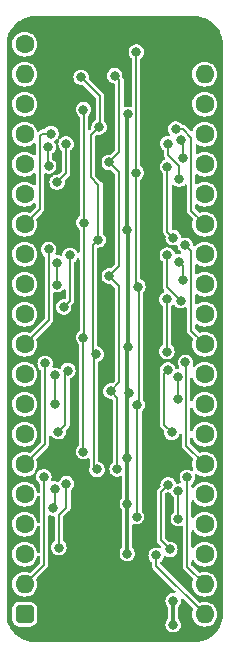
<source format=gbl>
%TF.GenerationSoftware,KiCad,Pcbnew,7.0.5*%
%TF.CreationDate,2024-01-27T16:12:11+02:00*%
%TF.ProjectId,Counter 16bit,436f756e-7465-4722-9031-366269742e6b,rev?*%
%TF.SameCoordinates,Original*%
%TF.FileFunction,Copper,L2,Bot*%
%TF.FilePolarity,Positive*%
%FSLAX46Y46*%
G04 Gerber Fmt 4.6, Leading zero omitted, Abs format (unit mm)*
G04 Created by KiCad (PCBNEW 7.0.5) date 2024-01-27 16:12:11*
%MOMM*%
%LPD*%
G01*
G04 APERTURE LIST*
G04 Aperture macros list*
%AMRoundRect*
0 Rectangle with rounded corners*
0 $1 Rounding radius*
0 $2 $3 $4 $5 $6 $7 $8 $9 X,Y pos of 4 corners*
0 Add a 4 corners polygon primitive as box body*
4,1,4,$2,$3,$4,$5,$6,$7,$8,$9,$2,$3,0*
0 Add four circle primitives for the rounded corners*
1,1,$1+$1,$2,$3*
1,1,$1+$1,$4,$5*
1,1,$1+$1,$6,$7*
1,1,$1+$1,$8,$9*
0 Add four rect primitives between the rounded corners*
20,1,$1+$1,$2,$3,$4,$5,0*
20,1,$1+$1,$4,$5,$6,$7,0*
20,1,$1+$1,$6,$7,$8,$9,0*
20,1,$1+$1,$8,$9,$2,$3,0*%
G04 Aperture macros list end*
%TA.AperFunction,ComponentPad*%
%ADD10C,1.600000*%
%TD*%
%TA.AperFunction,ComponentPad*%
%ADD11O,1.600000X1.600000*%
%TD*%
%TA.AperFunction,ComponentPad*%
%ADD12RoundRect,0.400000X-0.400000X-0.400000X0.400000X-0.400000X0.400000X0.400000X-0.400000X0.400000X0*%
%TD*%
%TA.AperFunction,ComponentPad*%
%ADD13R,1.600000X1.600000*%
%TD*%
%TA.AperFunction,ViaPad*%
%ADD14C,0.800000*%
%TD*%
%TA.AperFunction,Conductor*%
%ADD15C,0.380000*%
%TD*%
%TA.AperFunction,Conductor*%
%ADD16C,0.200000*%
%TD*%
G04 APERTURE END LIST*
D10*
%TO.P,J1,1,Pin_1*%
%TO.N,/~{PE}*%
X114300000Y-53340000D03*
D11*
%TO.P,J1,2,Pin_2*%
%TO.N,/CP*%
X114300000Y-55880000D03*
D10*
%TO.P,J1,3,Pin_3*%
%TO.N,/~{MR}*%
X114300000Y-58420000D03*
%TO.P,J1,4,Pin_4*%
%TO.N,/LC15*%
X114300000Y-60960000D03*
%TO.P,J1,5,Pin_5*%
%TO.N,/LC14*%
X114300000Y-63500000D03*
%TO.P,J1,6,Pin_6*%
%TO.N,/LC13*%
X114300000Y-66040000D03*
%TO.P,J1,7,Pin_7*%
%TO.N,/LC12*%
X114300000Y-68580000D03*
%TO.P,J1,8,Pin_8*%
%TO.N,/LC11*%
X114300000Y-71120000D03*
%TO.P,J1,9,Pin_9*%
%TO.N,/LC10*%
X114300000Y-73660000D03*
%TO.P,J1,10,Pin_10*%
%TO.N,/LC9*%
X114300000Y-76200000D03*
%TO.P,J1,11,Pin_11*%
%TO.N,/LC8*%
X114300000Y-78740000D03*
%TO.P,J1,12,Pin_12*%
%TO.N,/LC7*%
X114300000Y-81280000D03*
%TO.P,J1,13,Pin_13*%
%TO.N,/LC6*%
X114300000Y-83820000D03*
%TO.P,J1,14,Pin_14*%
%TO.N,/LC5*%
X114300000Y-86360000D03*
%TO.P,J1,15,Pin_15*%
%TO.N,/LC4*%
X114300000Y-88900000D03*
%TO.P,J1,16,Pin_16*%
%TO.N,/LC3*%
X114300000Y-91440000D03*
%TO.P,J1,17,Pin_17*%
%TO.N,/LC2*%
X114300000Y-93980000D03*
%TO.P,J1,18,Pin_18*%
%TO.N,/LC1*%
X114300000Y-96520000D03*
D11*
%TO.P,J1,19,Pin_19*%
%TO.N,/LC0*%
X114300000Y-99060000D03*
D12*
%TO.P,J1,20,Pin_20*%
%TO.N,/5V*%
X114300000Y-101600000D03*
D11*
%TO.P,J1,21,Pin_21*%
%TO.N,/CE*%
X129540000Y-101600000D03*
%TO.P,J1,22,Pin_22*%
%TO.N,/C0*%
X129540000Y-99060000D03*
D10*
%TO.P,J1,23,Pin_23*%
%TO.N,/C1*%
X129540000Y-96520000D03*
%TO.P,J1,24,Pin_24*%
%TO.N,/C2*%
X129540000Y-93980000D03*
%TO.P,J1,25,Pin_25*%
%TO.N,/C3*%
X129540000Y-91440000D03*
%TO.P,J1,26,Pin_26*%
%TO.N,/C4*%
X129540000Y-88900000D03*
%TO.P,J1,27,Pin_27*%
%TO.N,/C5*%
X129540000Y-86360000D03*
%TO.P,J1,28,Pin_28*%
%TO.N,/C6*%
X129540000Y-83820000D03*
%TO.P,J1,29,Pin_29*%
%TO.N,/C7*%
X129540000Y-81280000D03*
%TO.P,J1,30,Pin_30*%
%TO.N,/C8*%
X129540000Y-78740000D03*
%TO.P,J1,31,Pin_31*%
%TO.N,/C9*%
X129540000Y-76200000D03*
%TO.P,J1,32,Pin_32*%
%TO.N,/C10*%
X129540000Y-73660000D03*
%TO.P,J1,33,Pin_33*%
%TO.N,/C11*%
X129540000Y-71120000D03*
%TO.P,J1,34,Pin_34*%
%TO.N,/C12*%
X129540000Y-68580000D03*
%TO.P,J1,35,Pin_35*%
%TO.N,/C13*%
X129540000Y-66040000D03*
%TO.P,J1,36,Pin_36*%
%TO.N,/C14*%
X129540000Y-63500000D03*
%TO.P,J1,37,Pin_37*%
%TO.N,/C15*%
X129540000Y-60960000D03*
%TO.P,J1,38,Pin_38*%
%TO.N,/TC_{12..15}*%
X129540000Y-58420000D03*
D11*
%TO.P,J1,39,Pin_39*%
%TO.N,/TC_{0..3}*%
X129540000Y-55880000D03*
D13*
%TO.P,J1,40,Pin_40*%
%TO.N,/GND*%
X129540000Y-53340000D03*
%TD*%
D14*
%TO.N,/5V*%
X126873000Y-100457000D03*
X126873000Y-102489000D03*
%TO.N,/GND*%
X124460000Y-97790000D03*
X125171200Y-76606400D03*
X118338601Y-97154999D03*
X121212569Y-88519000D03*
X121412000Y-59690000D03*
X121208800Y-91795600D03*
X125171200Y-67208400D03*
X125171200Y-86817200D03*
X125222000Y-57150000D03*
X121158000Y-78740000D03*
X121412000Y-69088000D03*
X119227600Y-93980000D03*
%TO.N,/3.3V*%
X122986800Y-92252800D03*
X123088400Y-78943200D03*
X123147000Y-82858815D03*
X123001000Y-69088000D03*
X123037600Y-59283600D03*
X122986800Y-88341200D03*
X122986800Y-96469200D03*
%TO.N,/~{MR}*%
X119278400Y-87833200D03*
X119299810Y-68449010D03*
X119278400Y-58877200D03*
X119278400Y-78181200D03*
%TO.N,/CP*%
X120548396Y-69900800D03*
X119075200Y-56134000D03*
X120367200Y-79583444D03*
X120422569Y-89342149D03*
X120599200Y-60350400D03*
%TO.N,/LC0*%
X115925600Y-89966800D03*
%TO.N,/LC1*%
X117837649Y-90551061D03*
X117195600Y-95961200D03*
%TO.N,/LC2*%
X116687600Y-92608400D03*
X116840000Y-90982800D03*
%TO.N,/~{PE}*%
X123748800Y-64211200D03*
X123748800Y-54000400D03*
X123776800Y-93341528D03*
X123850400Y-83870800D03*
X123878400Y-73863200D03*
%TO.N,/C2*%
X127304800Y-93522800D03*
X127304800Y-91186000D03*
%TO.N,/C1*%
X126447359Y-90645986D03*
X126593600Y-96113600D03*
%TO.N,/C0*%
X128066800Y-90017600D03*
%TO.N,/TC_{0..3}*%
X121440000Y-72974385D03*
X121440000Y-63340229D03*
X122123200Y-89307000D03*
X121920000Y-56007000D03*
X121567000Y-82713357D03*
%TO.N,/LC4*%
X116027200Y-80365600D03*
%TO.N,/LC5*%
X117144800Y-86156800D03*
X117957600Y-80975200D03*
%TO.N,/LC6*%
X116840000Y-81381600D03*
X116890800Y-83769200D03*
%TO.N,/C6*%
X127254000Y-81483200D03*
X127254000Y-83362800D03*
%TO.N,/C5*%
X126746000Y-86207600D03*
X126415105Y-80926242D03*
%TO.N,/C4*%
X127914400Y-80264000D03*
%TO.N,/TC_{4..7}*%
X126342623Y-79366708D03*
X126342623Y-74930000D03*
%TO.N,/LC8*%
X116332000Y-70713600D03*
%TO.N,/LC9*%
X118130748Y-71229965D03*
X117602000Y-75590400D03*
%TO.N,/LC10*%
X117043200Y-73710800D03*
X117043200Y-71831200D03*
%TO.N,/C10*%
X127662345Y-73282000D03*
X127381012Y-71755000D03*
%TO.N,/C9*%
X127508000Y-75057000D03*
X126370687Y-71184927D03*
%TO.N,/C8*%
X127889000Y-70358000D03*
%TO.N,/TC_{8..11}*%
X126873000Y-69723000D03*
X126385412Y-63708188D03*
%TO.N,/LC12*%
X116535200Y-60909200D03*
%TO.N,/LC13*%
X117805200Y-61772800D03*
X117043200Y-65024000D03*
%TO.N,/LC15*%
X116278389Y-62040152D03*
X116332000Y-63652400D03*
%TO.N,/C15*%
X127508000Y-61471929D03*
X127713982Y-62970031D03*
%TO.N,/C13*%
X126433902Y-61750929D03*
X127381000Y-64770000D03*
%TO.N,/C12*%
X127086723Y-60517677D03*
%TO.N,/CE*%
X125425200Y-96621600D03*
%TD*%
D15*
%TO.N,/5V*%
X126873000Y-100457000D02*
X126873000Y-102489000D01*
%TO.N,/GND*%
X120650000Y-64643000D02*
X121412000Y-65405000D01*
X121285000Y-84201000D02*
X121285000Y-88446569D01*
X125730000Y-57150000D02*
X129540000Y-53340000D01*
X124460000Y-95097600D02*
X124460000Y-97790000D01*
X125171200Y-67208400D02*
X125171200Y-76606400D01*
X125222000Y-57150000D02*
X125730000Y-57150000D01*
X121412000Y-65405000D02*
X121412000Y-69088000D01*
X120777000Y-81788000D02*
X120777000Y-83693000D01*
X121412000Y-61214000D02*
X120904000Y-61722000D01*
X125171200Y-94386400D02*
X124460000Y-95097600D01*
X125222000Y-67157600D02*
X125171200Y-67208400D01*
X121208800Y-91795600D02*
X121208800Y-91998800D01*
X120650000Y-61976000D02*
X120650000Y-62357000D01*
X121158000Y-78740000D02*
X121158000Y-81407000D01*
X121412000Y-71806541D02*
X120650000Y-72568541D01*
X120650000Y-72568541D02*
X120650000Y-74422000D01*
X120650000Y-62357000D02*
X120650000Y-64643000D01*
X118694201Y-97154999D02*
X118338601Y-97154999D01*
X125222000Y-57150000D02*
X125222000Y-67157600D01*
X121158000Y-81407000D02*
X120777000Y-81788000D01*
X120650000Y-74422000D02*
X121158000Y-74930000D01*
X125171200Y-76606400D02*
X125171200Y-86817200D01*
X121412000Y-59690000D02*
X121412000Y-61214000D01*
X125171200Y-86817200D02*
X125171200Y-94386400D01*
X121285000Y-88446569D02*
X121212569Y-88519000D01*
X121412000Y-69088000D02*
X121412000Y-71806541D01*
X121158000Y-74930000D02*
X121158000Y-78740000D01*
X120904000Y-61722000D02*
X120650000Y-61976000D01*
X121208800Y-91998800D02*
X119227600Y-93980000D01*
X120777000Y-83693000D02*
X121285000Y-84201000D01*
%TO.N,/3.3V*%
X122986800Y-96469200D02*
X122986800Y-92252800D01*
X122986800Y-88341200D02*
X122986800Y-83019015D01*
X122986800Y-83019015D02*
X123147000Y-82858815D01*
X122986800Y-88341200D02*
X122986800Y-92252800D01*
X122986800Y-82698615D02*
X123147000Y-82858815D01*
X123088400Y-78943200D02*
X122986800Y-79044800D01*
X122958800Y-59362400D02*
X122958800Y-69045800D01*
X123088400Y-78943200D02*
X123088400Y-69175400D01*
X122958800Y-69045800D02*
X123001000Y-69088000D01*
X123037600Y-59283600D02*
X122958800Y-59362400D01*
X122986800Y-79044800D02*
X122986800Y-82698615D01*
X123088400Y-69175400D02*
X123001000Y-69088000D01*
D16*
%TO.N,/~{MR}*%
X119299810Y-78159790D02*
X119278400Y-78181200D01*
X119278400Y-78181200D02*
X119278400Y-87833200D01*
X119299810Y-58898610D02*
X119278400Y-58877200D01*
X119299810Y-68449010D02*
X119299810Y-58898610D01*
X119299810Y-68449010D02*
X119299810Y-78159790D01*
%TO.N,/CP*%
X120367200Y-79583444D02*
X120081385Y-79297629D01*
X120599200Y-60350400D02*
X120650000Y-60299600D01*
X120650000Y-60299600D02*
X120650000Y-57708800D01*
X120160000Y-79790644D02*
X120367200Y-79583444D01*
X120081385Y-70367811D02*
X120548396Y-69900800D01*
X120599200Y-60350400D02*
X119906000Y-61043600D01*
X119906000Y-64591964D02*
X120548396Y-65234360D01*
X119906000Y-61043600D02*
X119906000Y-64591964D01*
X120160000Y-89079580D02*
X120160000Y-79790644D01*
X120422569Y-89342149D02*
X120160000Y-89079580D01*
X120081385Y-79297629D02*
X120081385Y-70367811D01*
X120650000Y-57708800D02*
X119075200Y-56134000D01*
X120548396Y-65234360D02*
X120548396Y-69900800D01*
%TO.N,/LC0*%
X115925600Y-97434400D02*
X115925600Y-89966800D01*
X114300000Y-99060000D02*
X115925600Y-97434400D01*
%TO.N,/LC1*%
X117195600Y-95961200D02*
X117195600Y-93218000D01*
X117195600Y-93218000D02*
X117837649Y-92575951D01*
X117837649Y-92575951D02*
X117837649Y-90551061D01*
%TO.N,/LC2*%
X116840000Y-92456000D02*
X116687600Y-92608400D01*
X116840000Y-90982800D02*
X116840000Y-92456000D01*
%TO.N,/~{PE}*%
X123850400Y-93267928D02*
X123850400Y-83870800D01*
X123748800Y-64211200D02*
X123748800Y-73733600D01*
X123940800Y-83780400D02*
X123850400Y-83870800D01*
X123748800Y-73733600D02*
X123878400Y-73863200D01*
X123748800Y-54000400D02*
X123748800Y-64211200D01*
X123940800Y-73925600D02*
X123940800Y-83780400D01*
X123878400Y-73863200D02*
X123940800Y-73925600D01*
X123776800Y-93341528D02*
X123850400Y-93267928D01*
%TO.N,/C2*%
X127304800Y-91236800D02*
X127304800Y-93522800D01*
%TO.N,/C1*%
X126593600Y-96113600D02*
X125831600Y-95351600D01*
X125831600Y-91261745D02*
X126447359Y-90645986D01*
X125831600Y-95351600D02*
X125831600Y-91261745D01*
%TO.N,/C0*%
X128066800Y-90017600D02*
X128066800Y-97586800D01*
X128066800Y-97586800D02*
X129540000Y-99060000D01*
%TO.N,/TC_{0..3}*%
X122326400Y-56413400D02*
X121920000Y-56007000D01*
X121440000Y-63340229D02*
X122301000Y-64201229D01*
X122326400Y-62453829D02*
X122326400Y-56413400D01*
X121440000Y-63340229D02*
X122326400Y-62453829D01*
X121440000Y-72974385D02*
X122301000Y-73835385D01*
X122123200Y-89307000D02*
X122123200Y-83269557D01*
X122301000Y-81979357D02*
X121567000Y-82713357D01*
X122301000Y-64201229D02*
X122301000Y-72113385D01*
X122301000Y-72113385D02*
X121440000Y-72974385D01*
X122301000Y-73835385D02*
X122301000Y-81979357D01*
X122123200Y-83269557D02*
X121567000Y-82713357D01*
%TO.N,/LC4*%
X114300000Y-88900000D02*
X116027200Y-87172800D01*
X116027200Y-87172800D02*
X116027200Y-80365600D01*
%TO.N,/LC5*%
X117144800Y-86156800D02*
X117754400Y-85547200D01*
X117754400Y-85547200D02*
X117754400Y-81178400D01*
X117754400Y-81178400D02*
X117957600Y-80975200D01*
%TO.N,/LC6*%
X116840000Y-81381600D02*
X116840000Y-83718400D01*
X116840000Y-83718400D02*
X116890800Y-83769200D01*
%TO.N,/C6*%
X127254000Y-81534000D02*
X127254000Y-83362800D01*
%TO.N,/C5*%
X126085600Y-81255747D02*
X126415105Y-80926242D01*
X126746000Y-86207600D02*
X126085600Y-85547200D01*
X126085600Y-85547200D02*
X126085600Y-81255747D01*
%TO.N,/C4*%
X127914400Y-80264000D02*
X127965200Y-80314800D01*
X127965200Y-87325200D02*
X129540000Y-88900000D01*
X127965200Y-80314800D02*
X127965200Y-87325200D01*
%TO.N,/TC_{4..7}*%
X126342623Y-79366708D02*
X126342623Y-74930000D01*
%TO.N,/LC8*%
X114300000Y-78740000D02*
X116332000Y-76708000D01*
X116332000Y-76708000D02*
X116332000Y-70713600D01*
%TO.N,/LC9*%
X118130748Y-71229965D02*
X118130748Y-75061652D01*
X118130748Y-75061652D02*
X117602000Y-75590400D01*
%TO.N,/LC10*%
X117043200Y-73710800D02*
X117043200Y-71831200D01*
%TO.N,/C10*%
X127662345Y-72036333D02*
X127381012Y-71755000D01*
X127662345Y-73282000D02*
X127662345Y-72036333D01*
%TO.N,/C9*%
X126370687Y-71184927D02*
X126370687Y-73919687D01*
X126370687Y-73919687D02*
X127508000Y-75057000D01*
%TO.N,/C8*%
X128390000Y-77590000D02*
X128390000Y-70859000D01*
X129540000Y-78740000D02*
X128390000Y-77590000D01*
X128390000Y-70859000D02*
X127889000Y-70358000D01*
%TO.N,/TC_{8..11}*%
X126873000Y-69723000D02*
X126385412Y-69235412D01*
X126385412Y-69235412D02*
X126385412Y-63708188D01*
%TO.N,/LC12*%
X115570000Y-61138240D02*
X115799040Y-60909200D01*
X115570000Y-67310000D02*
X115570000Y-61138240D01*
X114300000Y-68580000D02*
X115570000Y-67310000D01*
X115799040Y-60909200D02*
X116535200Y-60909200D01*
%TO.N,/LC13*%
X117805200Y-64262000D02*
X117805200Y-61772800D01*
X117043200Y-65024000D02*
X117805200Y-64262000D01*
%TO.N,/LC15*%
X116278389Y-62040152D02*
X116278389Y-63598789D01*
X116278389Y-63598789D02*
X116332000Y-63652400D01*
%TO.N,/C15*%
X127713982Y-61677911D02*
X127713982Y-62970031D01*
X127508000Y-61471929D02*
X127713982Y-61677911D01*
%TO.N,/C13*%
X126433902Y-62679902D02*
X127381000Y-63627000D01*
X126433902Y-61750929D02*
X126433902Y-62679902D01*
X127381000Y-63627000D02*
X127381000Y-64770000D01*
%TO.N,/C12*%
X128390000Y-67430000D02*
X128390000Y-63283963D01*
X128390000Y-63283963D02*
X128413982Y-63259981D01*
X127690953Y-60517677D02*
X127086723Y-60517677D01*
X128413982Y-63259981D02*
X128413982Y-61240706D01*
X128413982Y-61240706D02*
X127690953Y-60517677D01*
X129540000Y-68580000D02*
X128390000Y-67430000D01*
%TO.N,/CE*%
X125425200Y-97485200D02*
X125425200Y-96621600D01*
X129540000Y-101600000D02*
X125425200Y-97485200D01*
%TD*%
%TA.AperFunction,Conductor*%
%TO.N,/GND*%
G36*
X128706125Y-50976880D02*
G01*
X128985372Y-50993778D01*
X128992795Y-50994679D01*
X129266125Y-51044775D01*
X129273385Y-51046565D01*
X129380785Y-51080034D01*
X129538680Y-51129240D01*
X129545681Y-51131896D01*
X129799062Y-51245939D01*
X129805697Y-51249422D01*
X130043491Y-51393179D01*
X130049658Y-51397436D01*
X130145485Y-51472513D01*
X130268388Y-51568806D01*
X130273982Y-51573761D01*
X130470473Y-51770256D01*
X130475435Y-51775857D01*
X130646799Y-51994592D01*
X130651056Y-52000760D01*
X130794805Y-52238556D01*
X130798287Y-52245191D01*
X130852105Y-52364769D01*
X130896006Y-52462315D01*
X130912325Y-52498573D01*
X130914982Y-52505580D01*
X130997647Y-52770870D01*
X130999441Y-52778145D01*
X131049525Y-53051453D01*
X131050429Y-53058892D01*
X131057704Y-53179150D01*
X131065920Y-53314993D01*
X131067386Y-53339215D01*
X131067499Y-53342960D01*
X131067499Y-101598138D01*
X131067386Y-101601883D01*
X131050494Y-101881108D01*
X131049591Y-101888547D01*
X130999504Y-102161864D01*
X130997711Y-102169140D01*
X130915044Y-102434428D01*
X130912386Y-102441435D01*
X130798348Y-102694815D01*
X130794865Y-102701451D01*
X130651111Y-102939246D01*
X130646854Y-102945413D01*
X130475489Y-103164143D01*
X130470519Y-103169752D01*
X130274032Y-103366237D01*
X130268423Y-103371206D01*
X130049687Y-103542573D01*
X130043520Y-103546830D01*
X129805730Y-103690576D01*
X129799095Y-103694058D01*
X129545708Y-103808095D01*
X129538702Y-103810752D01*
X129273405Y-103893419D01*
X129266129Y-103895213D01*
X128992820Y-103945295D01*
X128985381Y-103946199D01*
X128705610Y-103963119D01*
X128701867Y-103963232D01*
X115137604Y-103963232D01*
X115133861Y-103963119D01*
X114854615Y-103946232D01*
X114847175Y-103945328D01*
X114573860Y-103895245D01*
X114566584Y-103893451D01*
X114301288Y-103810784D01*
X114294282Y-103808127D01*
X114040890Y-103694087D01*
X114034255Y-103690605D01*
X113796457Y-103546854D01*
X113790295Y-103542601D01*
X113571549Y-103371227D01*
X113565950Y-103366266D01*
X113369456Y-103169775D01*
X113364490Y-103164171D01*
X113193120Y-102945435D01*
X113188863Y-102939268D01*
X113165633Y-102900842D01*
X113045096Y-102701451D01*
X113041632Y-102694851D01*
X112927577Y-102441432D01*
X112924930Y-102434455D01*
X112842254Y-102169140D01*
X112840463Y-102161873D01*
X112822839Y-102065701D01*
X113249500Y-102065701D01*
X113252401Y-102102567D01*
X113252402Y-102102573D01*
X113298254Y-102260393D01*
X113298255Y-102260396D01*
X113381917Y-102401862D01*
X113381923Y-102401870D01*
X113498129Y-102518076D01*
X113498133Y-102518079D01*
X113498135Y-102518081D01*
X113639602Y-102601744D01*
X113681224Y-102613836D01*
X113797426Y-102647597D01*
X113797429Y-102647597D01*
X113797431Y-102647598D01*
X113834306Y-102650500D01*
X113834314Y-102650500D01*
X114765686Y-102650500D01*
X114765694Y-102650500D01*
X114802569Y-102647598D01*
X114802571Y-102647597D01*
X114802573Y-102647597D01*
X114844899Y-102635300D01*
X114960398Y-102601744D01*
X115101865Y-102518081D01*
X115218081Y-102401865D01*
X115301744Y-102260398D01*
X115347598Y-102102569D01*
X115350500Y-102065694D01*
X115350500Y-101134306D01*
X115347598Y-101097431D01*
X115301744Y-100939602D01*
X115218081Y-100798135D01*
X115218079Y-100798133D01*
X115218076Y-100798129D01*
X115101870Y-100681923D01*
X115101862Y-100681917D01*
X115005229Y-100624769D01*
X114960398Y-100598256D01*
X114960397Y-100598255D01*
X114960396Y-100598255D01*
X114960393Y-100598254D01*
X114802573Y-100552402D01*
X114802567Y-100552401D01*
X114765701Y-100549500D01*
X114765694Y-100549500D01*
X113834306Y-100549500D01*
X113834298Y-100549500D01*
X113797432Y-100552401D01*
X113797426Y-100552402D01*
X113639606Y-100598254D01*
X113639603Y-100598255D01*
X113498137Y-100681917D01*
X113498129Y-100681923D01*
X113381923Y-100798129D01*
X113381917Y-100798137D01*
X113298255Y-100939603D01*
X113298254Y-100939606D01*
X113252402Y-101097426D01*
X113252401Y-101097432D01*
X113249500Y-101134298D01*
X113249500Y-102065701D01*
X112822839Y-102065701D01*
X112790375Y-101888551D01*
X112789471Y-101881112D01*
X112772613Y-101602411D01*
X112772500Y-101598667D01*
X112772500Y-99060000D01*
X113244417Y-99060000D01*
X113264699Y-99265932D01*
X113264700Y-99265934D01*
X113324768Y-99463954D01*
X113422315Y-99646450D01*
X113422317Y-99646452D01*
X113553589Y-99806410D01*
X113599763Y-99844303D01*
X113713550Y-99937685D01*
X113896046Y-100035232D01*
X114094066Y-100095300D01*
X114094065Y-100095300D01*
X114112529Y-100097118D01*
X114300000Y-100115583D01*
X114505934Y-100095300D01*
X114703954Y-100035232D01*
X114886450Y-99937685D01*
X115046410Y-99806410D01*
X115177685Y-99646450D01*
X115275232Y-99463954D01*
X115335300Y-99265934D01*
X115355583Y-99060000D01*
X115335300Y-98854066D01*
X115279210Y-98669163D01*
X115278588Y-98599298D01*
X115310189Y-98545491D01*
X116138646Y-97717034D01*
X116158502Y-97700911D01*
X116166269Y-97695837D01*
X116186473Y-97669877D01*
X116191541Y-97664139D01*
X116193976Y-97661706D01*
X116205934Y-97644955D01*
X116207399Y-97642991D01*
X116238117Y-97603526D01*
X116238119Y-97603519D01*
X116241620Y-97597048D01*
X116244836Y-97590470D01*
X116244840Y-97590466D01*
X116259099Y-97542567D01*
X116259870Y-97540163D01*
X116268770Y-97514237D01*
X116276100Y-97492888D01*
X116276100Y-97492882D01*
X116277305Y-97485663D01*
X116278217Y-97478350D01*
X116276153Y-97428440D01*
X116276100Y-97425877D01*
X116276100Y-93332199D01*
X116295785Y-93265160D01*
X116348589Y-93219405D01*
X116417747Y-93209461D01*
X116447921Y-93219231D01*
X116448223Y-93218437D01*
X116455234Y-93221096D01*
X116608614Y-93258900D01*
X116721100Y-93258900D01*
X116788139Y-93278585D01*
X116833894Y-93331389D01*
X116845100Y-93382900D01*
X116845100Y-95346849D01*
X116825415Y-95413888D01*
X116803328Y-95439662D01*
X116734201Y-95500904D01*
X116705116Y-95526671D01*
X116615381Y-95656675D01*
X116615380Y-95656676D01*
X116559362Y-95804381D01*
X116540321Y-95961199D01*
X116540321Y-95961200D01*
X116559362Y-96118018D01*
X116585551Y-96187071D01*
X116615380Y-96265723D01*
X116705117Y-96395730D01*
X116823360Y-96500483D01*
X116823362Y-96500484D01*
X116963234Y-96573896D01*
X117116614Y-96611700D01*
X117116615Y-96611700D01*
X117274585Y-96611700D01*
X117427965Y-96573896D01*
X117477061Y-96548128D01*
X117567840Y-96500483D01*
X117686083Y-96395730D01*
X117775820Y-96265723D01*
X117831837Y-96118018D01*
X117850878Y-95961200D01*
X117850342Y-95956781D01*
X117831837Y-95804381D01*
X117810592Y-95748364D01*
X117775820Y-95656677D01*
X117686083Y-95526670D01*
X117587872Y-95439663D01*
X117550747Y-95380476D01*
X117546100Y-95346849D01*
X117546100Y-93414543D01*
X117565785Y-93347504D01*
X117582415Y-93326866D01*
X118050695Y-92858585D01*
X118070551Y-92842462D01*
X118078318Y-92837388D01*
X118098522Y-92811428D01*
X118103590Y-92805690D01*
X118106024Y-92803258D01*
X118117962Y-92786536D01*
X118119458Y-92784529D01*
X118150166Y-92745077D01*
X118150167Y-92745071D01*
X118153666Y-92738607D01*
X118156884Y-92732022D01*
X118156888Y-92732018D01*
X118171149Y-92684114D01*
X118171919Y-92681714D01*
X118181240Y-92654563D01*
X118188149Y-92634439D01*
X118188149Y-92634434D01*
X118189355Y-92627207D01*
X118190266Y-92619903D01*
X118188202Y-92570002D01*
X118188149Y-92567440D01*
X118188149Y-91165411D01*
X118207834Y-91098372D01*
X118229920Y-91072597D01*
X118328132Y-90985591D01*
X118417869Y-90855584D01*
X118473886Y-90707879D01*
X118492927Y-90551061D01*
X118492498Y-90547523D01*
X118473886Y-90394242D01*
X118446535Y-90322124D01*
X118417869Y-90246538D01*
X118328132Y-90116531D01*
X118209889Y-90011778D01*
X118209887Y-90011777D01*
X118209886Y-90011776D01*
X118070014Y-89938364D01*
X117916635Y-89900561D01*
X117916634Y-89900561D01*
X117758664Y-89900561D01*
X117758663Y-89900561D01*
X117605283Y-89938364D01*
X117465411Y-90011776D01*
X117347165Y-90116532D01*
X117257430Y-90246536D01*
X117257428Y-90246539D01*
X117237158Y-90299986D01*
X117194980Y-90355688D01*
X117129382Y-90379744D01*
X117077248Y-90371956D01*
X117072367Y-90370105D01*
X117072365Y-90370104D01*
X116918985Y-90332300D01*
X116761015Y-90332300D01*
X116761011Y-90332300D01*
X116683390Y-90351431D01*
X116613588Y-90348361D01*
X116556526Y-90308041D01*
X116530322Y-90243271D01*
X116537774Y-90187065D01*
X116561837Y-90123618D01*
X116561837Y-90123615D01*
X116561838Y-90123614D01*
X116580878Y-89966800D01*
X116580878Y-89966799D01*
X116561837Y-89809981D01*
X116523150Y-89707973D01*
X116505820Y-89662277D01*
X116416083Y-89532270D01*
X116297840Y-89427517D01*
X116297838Y-89427516D01*
X116297837Y-89427515D01*
X116157965Y-89354103D01*
X116004586Y-89316300D01*
X116004585Y-89316300D01*
X115846615Y-89316300D01*
X115846614Y-89316300D01*
X115693234Y-89354103D01*
X115553362Y-89427515D01*
X115435116Y-89532270D01*
X115427933Y-89542677D01*
X115373648Y-89586664D01*
X115346973Y-89589605D01*
X115351274Y-89598392D01*
X115344995Y-89663291D01*
X115289363Y-89809981D01*
X115270321Y-89966799D01*
X115270321Y-89966800D01*
X115289362Y-90123614D01*
X115289362Y-90123618D01*
X115345380Y-90271323D01*
X115345381Y-90271324D01*
X115435117Y-90401331D01*
X115482737Y-90443517D01*
X115533326Y-90488335D01*
X115570453Y-90547523D01*
X115575100Y-90581150D01*
X115575099Y-91188640D01*
X115555414Y-91255680D01*
X115502610Y-91301434D01*
X115433452Y-91311378D01*
X115369896Y-91282353D01*
X115332440Y-91224638D01*
X115275232Y-91036046D01*
X115177685Y-90853550D01*
X115124138Y-90788302D01*
X115046410Y-90693589D01*
X114928677Y-90596969D01*
X114886450Y-90562315D01*
X114703954Y-90464768D01*
X114505934Y-90404700D01*
X114505932Y-90404699D01*
X114505934Y-90404699D01*
X114318463Y-90386235D01*
X114300000Y-90384417D01*
X114299999Y-90384417D01*
X114094067Y-90404699D01*
X113896043Y-90464769D01*
X113797405Y-90517493D01*
X113713550Y-90562315D01*
X113713548Y-90562316D01*
X113713547Y-90562317D01*
X113553589Y-90693589D01*
X113440825Y-90830995D01*
X113422315Y-90853550D01*
X113418189Y-90861269D01*
X113324769Y-91036043D01*
X113264699Y-91234067D01*
X113244417Y-91439999D01*
X113264699Y-91645932D01*
X113278219Y-91690502D01*
X113324768Y-91843954D01*
X113422315Y-92026450D01*
X113422317Y-92026452D01*
X113553589Y-92186410D01*
X113598978Y-92223659D01*
X113713550Y-92317685D01*
X113896046Y-92415232D01*
X114094066Y-92475300D01*
X114094065Y-92475300D01*
X114112529Y-92477118D01*
X114300000Y-92495583D01*
X114505934Y-92475300D01*
X114703954Y-92415232D01*
X114886450Y-92317685D01*
X115046410Y-92186410D01*
X115177685Y-92026450D01*
X115275232Y-91843954D01*
X115332440Y-91655361D01*
X115370735Y-91596926D01*
X115434547Y-91568469D01*
X115503614Y-91579028D01*
X115556008Y-91625252D01*
X115575099Y-91691359D01*
X115575099Y-93728640D01*
X115555414Y-93795679D01*
X115502610Y-93841434D01*
X115433452Y-93851378D01*
X115369896Y-93822353D01*
X115332440Y-93764638D01*
X115275232Y-93576046D01*
X115177685Y-93393550D01*
X115122956Y-93326862D01*
X115046410Y-93233589D01*
X114886452Y-93102317D01*
X114886453Y-93102317D01*
X114886450Y-93102315D01*
X114703954Y-93004768D01*
X114505934Y-92944700D01*
X114505932Y-92944699D01*
X114505934Y-92944699D01*
X114318463Y-92926235D01*
X114300000Y-92924417D01*
X114299999Y-92924417D01*
X114094067Y-92944699D01*
X113896043Y-93004769D01*
X113835739Y-93037003D01*
X113713550Y-93102315D01*
X113713548Y-93102316D01*
X113713547Y-93102317D01*
X113553589Y-93233589D01*
X113444939Y-93365982D01*
X113422315Y-93393550D01*
X113411094Y-93414543D01*
X113324769Y-93576043D01*
X113264699Y-93774067D01*
X113244417Y-93980000D01*
X113264699Y-94185932D01*
X113278479Y-94231359D01*
X113324768Y-94383954D01*
X113422315Y-94566450D01*
X113422317Y-94566452D01*
X113553589Y-94726410D01*
X113650209Y-94805702D01*
X113713550Y-94857685D01*
X113896046Y-94955232D01*
X114094066Y-95015300D01*
X114094065Y-95015300D01*
X114114347Y-95017297D01*
X114300000Y-95035583D01*
X114505934Y-95015300D01*
X114703954Y-94955232D01*
X114886450Y-94857685D01*
X115046410Y-94726410D01*
X115177685Y-94566450D01*
X115275232Y-94383954D01*
X115332440Y-94195361D01*
X115370735Y-94136926D01*
X115434547Y-94108469D01*
X115503614Y-94119028D01*
X115556008Y-94165252D01*
X115575099Y-94231359D01*
X115575099Y-96268640D01*
X115555414Y-96335679D01*
X115502610Y-96381434D01*
X115433452Y-96391378D01*
X115369896Y-96362353D01*
X115332440Y-96304638D01*
X115275232Y-96116046D01*
X115177685Y-95933550D01*
X115122935Y-95866837D01*
X115046410Y-95773589D01*
X114886452Y-95642317D01*
X114886453Y-95642317D01*
X114886450Y-95642315D01*
X114703954Y-95544768D01*
X114505934Y-95484700D01*
X114505932Y-95484699D01*
X114505934Y-95484699D01*
X114300000Y-95464417D01*
X114094067Y-95484699D01*
X113896043Y-95544769D01*
X113840764Y-95574317D01*
X113713550Y-95642315D01*
X113713548Y-95642316D01*
X113713547Y-95642317D01*
X113553589Y-95773589D01*
X113422317Y-95933547D01*
X113422315Y-95933550D01*
X113410656Y-95955362D01*
X113324769Y-96116043D01*
X113264699Y-96314067D01*
X113244417Y-96519999D01*
X113264699Y-96725932D01*
X113294734Y-96824943D01*
X113324768Y-96923954D01*
X113422315Y-97106450D01*
X113422316Y-97106451D01*
X113422317Y-97106452D01*
X113553589Y-97266410D01*
X113600484Y-97304895D01*
X113713550Y-97397685D01*
X113896046Y-97495232D01*
X114094066Y-97555300D01*
X114094065Y-97555300D01*
X114114347Y-97557297D01*
X114300000Y-97575583D01*
X114505934Y-97555300D01*
X114703954Y-97495232D01*
X114886450Y-97397685D01*
X115046410Y-97266410D01*
X115177685Y-97106450D01*
X115275232Y-96923954D01*
X115332440Y-96735361D01*
X115370735Y-96676926D01*
X115434547Y-96648469D01*
X115503614Y-96659028D01*
X115556008Y-96705252D01*
X115575099Y-96771359D01*
X115575100Y-97237856D01*
X115555416Y-97304895D01*
X115538781Y-97325537D01*
X114814509Y-98049808D01*
X114753186Y-98083293D01*
X114690833Y-98080788D01*
X114505934Y-98024700D01*
X114505932Y-98024699D01*
X114505934Y-98024699D01*
X114300000Y-98004417D01*
X114094067Y-98024699D01*
X113918692Y-98077898D01*
X113900909Y-98083293D01*
X113896043Y-98084769D01*
X113785897Y-98143643D01*
X113713550Y-98182315D01*
X113713548Y-98182316D01*
X113713547Y-98182317D01*
X113553589Y-98313589D01*
X113422317Y-98473547D01*
X113324769Y-98656043D01*
X113264699Y-98854067D01*
X113244417Y-99060000D01*
X112772500Y-99060000D01*
X112772500Y-88900000D01*
X113244417Y-88900000D01*
X113264699Y-89105932D01*
X113288785Y-89185334D01*
X113324768Y-89303954D01*
X113422315Y-89486450D01*
X113434190Y-89500920D01*
X113553589Y-89646410D01*
X113628605Y-89707973D01*
X113713550Y-89777685D01*
X113896046Y-89875232D01*
X114094066Y-89935300D01*
X114094065Y-89935300D01*
X114112529Y-89937118D01*
X114300000Y-89955583D01*
X114505934Y-89935300D01*
X114703954Y-89875232D01*
X114886450Y-89777685D01*
X115046410Y-89646410D01*
X115133200Y-89540655D01*
X115190945Y-89501321D01*
X115205896Y-89500920D01*
X115208126Y-89433391D01*
X115216525Y-89413785D01*
X115273604Y-89307000D01*
X115275230Y-89303958D01*
X115275231Y-89303956D01*
X115275232Y-89303954D01*
X115335300Y-89105934D01*
X115355583Y-88900000D01*
X115335300Y-88694066D01*
X115279210Y-88509163D01*
X115278588Y-88439298D01*
X115310189Y-88385491D01*
X116240246Y-87455434D01*
X116260102Y-87439311D01*
X116267869Y-87434237D01*
X116288073Y-87408277D01*
X116293141Y-87402539D01*
X116295576Y-87400106D01*
X116307534Y-87383355D01*
X116308999Y-87381391D01*
X116339717Y-87341926D01*
X116339719Y-87341919D01*
X116343226Y-87335438D01*
X116346441Y-87328863D01*
X116354607Y-87301432D01*
X116360706Y-87280944D01*
X116361464Y-87278577D01*
X116377700Y-87231288D01*
X116377700Y-87231281D01*
X116378906Y-87224058D01*
X116379817Y-87216751D01*
X116377753Y-87166841D01*
X116377700Y-87164278D01*
X116377700Y-86588510D01*
X116397385Y-86521471D01*
X116450189Y-86475716D01*
X116519347Y-86465772D01*
X116582903Y-86494797D01*
X116603750Y-86518071D01*
X116654314Y-86591327D01*
X116654316Y-86591329D01*
X116654317Y-86591330D01*
X116772560Y-86696083D01*
X116772562Y-86696084D01*
X116912434Y-86769496D01*
X117065814Y-86807300D01*
X117065815Y-86807300D01*
X117223785Y-86807300D01*
X117377165Y-86769496D01*
X117427970Y-86742831D01*
X117517040Y-86696083D01*
X117635283Y-86591330D01*
X117725020Y-86461323D01*
X117781037Y-86313618D01*
X117800078Y-86156800D01*
X117790074Y-86074417D01*
X117801534Y-86005496D01*
X117825486Y-85971794D01*
X117967446Y-85829834D01*
X117987302Y-85813711D01*
X117995069Y-85808637D01*
X118015273Y-85782677D01*
X118020341Y-85776939D01*
X118022776Y-85774506D01*
X118034734Y-85757755D01*
X118036199Y-85755791D01*
X118066917Y-85716326D01*
X118066919Y-85716319D01*
X118070420Y-85709848D01*
X118073636Y-85703270D01*
X118073640Y-85703266D01*
X118087899Y-85655367D01*
X118088670Y-85652963D01*
X118093470Y-85638978D01*
X118104900Y-85605688D01*
X118104900Y-85605682D01*
X118106105Y-85598463D01*
X118107017Y-85591150D01*
X118104953Y-85541240D01*
X118104900Y-85538677D01*
X118104900Y-81705747D01*
X118124585Y-81638708D01*
X118177389Y-81592953D01*
X118184934Y-81589803D01*
X118189956Y-81587898D01*
X118189965Y-81587896D01*
X118329840Y-81514483D01*
X118448083Y-81409730D01*
X118537820Y-81279723D01*
X118593837Y-81132018D01*
X118612878Y-80975200D01*
X118606934Y-80926242D01*
X118593837Y-80818381D01*
X118553270Y-80711415D01*
X118537820Y-80670677D01*
X118448083Y-80540670D01*
X118329840Y-80435917D01*
X118329838Y-80435916D01*
X118329837Y-80435915D01*
X118189965Y-80362503D01*
X118036586Y-80324700D01*
X118036585Y-80324700D01*
X117878615Y-80324700D01*
X117878614Y-80324700D01*
X117725234Y-80362503D01*
X117585362Y-80435915D01*
X117585359Y-80435917D01*
X117585360Y-80435917D01*
X117487720Y-80522418D01*
X117467116Y-80540671D01*
X117377381Y-80670675D01*
X117377378Y-80670681D01*
X117345309Y-80755237D01*
X117303131Y-80810940D01*
X117237533Y-80834996D01*
X117171742Y-80821061D01*
X117072365Y-80768903D01*
X116918986Y-80731100D01*
X116918985Y-80731100D01*
X116763940Y-80731100D01*
X116696901Y-80711415D01*
X116651146Y-80658611D01*
X116641202Y-80589453D01*
X116647998Y-80563130D01*
X116663436Y-80522421D01*
X116663436Y-80522420D01*
X116663437Y-80522418D01*
X116682478Y-80365600D01*
X116676158Y-80313545D01*
X116663437Y-80208781D01*
X116624905Y-80107181D01*
X116607420Y-80061077D01*
X116517683Y-79931070D01*
X116399440Y-79826317D01*
X116399438Y-79826316D01*
X116399437Y-79826315D01*
X116259565Y-79752903D01*
X116106186Y-79715100D01*
X116106185Y-79715100D01*
X115948215Y-79715100D01*
X115948214Y-79715100D01*
X115794834Y-79752903D01*
X115654962Y-79826315D01*
X115536716Y-79931071D01*
X115446981Y-80061075D01*
X115446980Y-80061076D01*
X115390962Y-80208781D01*
X115371921Y-80365599D01*
X115371921Y-80365600D01*
X115390962Y-80522418D01*
X115434896Y-80638260D01*
X115446980Y-80670123D01*
X115536717Y-80800130D01*
X115634926Y-80887135D01*
X115672052Y-80946323D01*
X115676699Y-80979950D01*
X115676699Y-86976256D01*
X115657014Y-87043295D01*
X115640380Y-87063937D01*
X114814509Y-87889808D01*
X114753186Y-87923293D01*
X114690833Y-87920788D01*
X114505934Y-87864700D01*
X114505932Y-87864699D01*
X114505934Y-87864699D01*
X114300000Y-87844417D01*
X114094067Y-87864699D01*
X113918692Y-87917898D01*
X113900909Y-87923293D01*
X113896043Y-87924769D01*
X113785897Y-87983643D01*
X113713550Y-88022315D01*
X113713548Y-88022316D01*
X113713547Y-88022317D01*
X113553589Y-88153589D01*
X113422317Y-88313547D01*
X113324769Y-88496043D01*
X113264699Y-88694067D01*
X113244417Y-88900000D01*
X112772500Y-88900000D01*
X112772500Y-86359999D01*
X113244417Y-86359999D01*
X113264699Y-86565932D01*
X113292048Y-86656088D01*
X113324768Y-86763954D01*
X113422315Y-86946450D01*
X113422317Y-86946452D01*
X113553589Y-87106410D01*
X113612814Y-87155014D01*
X113713550Y-87237685D01*
X113896046Y-87335232D01*
X114094066Y-87395300D01*
X114094065Y-87395300D01*
X114114347Y-87397297D01*
X114300000Y-87415583D01*
X114505934Y-87395300D01*
X114703954Y-87335232D01*
X114886450Y-87237685D01*
X115046410Y-87106410D01*
X115177685Y-86946450D01*
X115275232Y-86763954D01*
X115335300Y-86565934D01*
X115355583Y-86360000D01*
X115335300Y-86154066D01*
X115275232Y-85956046D01*
X115177685Y-85773550D01*
X115120005Y-85703266D01*
X115046410Y-85613589D01*
X114921219Y-85510849D01*
X114886450Y-85482315D01*
X114703954Y-85384768D01*
X114505934Y-85324700D01*
X114505932Y-85324699D01*
X114505934Y-85324699D01*
X114300000Y-85304417D01*
X114094067Y-85324699D01*
X113896043Y-85384769D01*
X113785897Y-85443643D01*
X113713550Y-85482315D01*
X113713548Y-85482316D01*
X113713547Y-85482317D01*
X113553589Y-85613589D01*
X113422708Y-85773071D01*
X113422315Y-85773550D01*
X113399584Y-85816076D01*
X113324769Y-85956043D01*
X113264699Y-86154067D01*
X113244417Y-86359999D01*
X112772500Y-86359999D01*
X112772500Y-83820000D01*
X113244417Y-83820000D01*
X113264699Y-84025932D01*
X113284103Y-84089899D01*
X113324768Y-84223954D01*
X113422315Y-84406450D01*
X113449582Y-84439675D01*
X113553589Y-84566410D01*
X113650209Y-84645702D01*
X113713550Y-84697685D01*
X113896046Y-84795232D01*
X114094066Y-84855300D01*
X114094065Y-84855300D01*
X114112529Y-84857118D01*
X114300000Y-84875583D01*
X114505934Y-84855300D01*
X114703954Y-84795232D01*
X114886450Y-84697685D01*
X115046410Y-84566410D01*
X115177685Y-84406450D01*
X115275232Y-84223954D01*
X115335300Y-84025934D01*
X115355583Y-83820000D01*
X115335300Y-83614066D01*
X115275232Y-83416046D01*
X115177685Y-83233550D01*
X115107382Y-83147885D01*
X115046410Y-83073589D01*
X114886452Y-82942317D01*
X114886453Y-82942317D01*
X114886450Y-82942315D01*
X114703954Y-82844768D01*
X114505934Y-82784700D01*
X114505932Y-82784699D01*
X114505934Y-82784699D01*
X114300000Y-82764417D01*
X114094067Y-82784699D01*
X113896043Y-82844769D01*
X113869646Y-82858879D01*
X113713550Y-82942315D01*
X113713548Y-82942316D01*
X113713547Y-82942317D01*
X113553589Y-83073589D01*
X113422317Y-83233547D01*
X113422315Y-83233550D01*
X113395219Y-83284242D01*
X113324769Y-83416043D01*
X113264699Y-83614067D01*
X113244417Y-83820000D01*
X112772500Y-83820000D01*
X112772500Y-81280000D01*
X113244417Y-81280000D01*
X113264699Y-81485932D01*
X113264700Y-81485934D01*
X113324768Y-81683954D01*
X113422315Y-81866450D01*
X113422317Y-81866452D01*
X113553589Y-82026410D01*
X113640275Y-82097550D01*
X113713550Y-82157685D01*
X113896046Y-82255232D01*
X114094066Y-82315300D01*
X114094065Y-82315300D01*
X114112529Y-82317118D01*
X114300000Y-82335583D01*
X114505934Y-82315300D01*
X114703954Y-82255232D01*
X114886450Y-82157685D01*
X115046410Y-82026410D01*
X115177685Y-81866450D01*
X115275232Y-81683954D01*
X115335300Y-81485934D01*
X115355583Y-81280000D01*
X115335300Y-81074066D01*
X115275232Y-80876046D01*
X115177685Y-80693550D01*
X115118734Y-80621717D01*
X115046410Y-80533589D01*
X114886452Y-80402317D01*
X114886453Y-80402317D01*
X114886450Y-80402315D01*
X114703954Y-80304768D01*
X114505934Y-80244700D01*
X114505932Y-80244699D01*
X114505934Y-80244699D01*
X114300000Y-80224417D01*
X114094067Y-80244699D01*
X113896043Y-80304769D01*
X113788032Y-80362503D01*
X113713550Y-80402315D01*
X113713548Y-80402316D01*
X113713547Y-80402317D01*
X113553589Y-80533589D01*
X113422317Y-80693547D01*
X113324769Y-80876043D01*
X113264699Y-81074067D01*
X113244417Y-81280000D01*
X112772500Y-81280000D01*
X112772500Y-78739999D01*
X113244417Y-78739999D01*
X113264699Y-78945932D01*
X113264700Y-78945934D01*
X113324768Y-79143954D01*
X113422315Y-79326450D01*
X113422317Y-79326452D01*
X113553589Y-79486410D01*
X113570126Y-79499981D01*
X113713550Y-79617685D01*
X113896046Y-79715232D01*
X114094066Y-79775300D01*
X114094065Y-79775300D01*
X114112529Y-79777118D01*
X114300000Y-79795583D01*
X114505934Y-79775300D01*
X114703954Y-79715232D01*
X114886450Y-79617685D01*
X115046410Y-79486410D01*
X115177685Y-79326450D01*
X115275232Y-79143954D01*
X115335300Y-78945934D01*
X115355583Y-78740000D01*
X115335300Y-78534066D01*
X115279210Y-78349163D01*
X115278588Y-78279298D01*
X115310189Y-78225491D01*
X116545046Y-76990634D01*
X116564902Y-76974511D01*
X116572669Y-76969437D01*
X116592873Y-76943477D01*
X116597941Y-76937739D01*
X116600375Y-76935307D01*
X116612325Y-76918567D01*
X116613832Y-76916548D01*
X116644517Y-76877126D01*
X116644519Y-76877118D01*
X116648017Y-76870655D01*
X116651241Y-76864063D01*
X116652576Y-76859577D01*
X116665506Y-76816144D01*
X116666264Y-76813777D01*
X116682500Y-76766488D01*
X116682500Y-76766481D01*
X116683706Y-76759256D01*
X116684617Y-76751952D01*
X116682553Y-76702050D01*
X116682500Y-76699488D01*
X116682500Y-74450138D01*
X116702185Y-74383099D01*
X116754989Y-74337344D01*
X116824147Y-74327400D01*
X116836163Y-74329738D01*
X116964215Y-74361300D01*
X117122185Y-74361300D01*
X117275565Y-74323496D01*
X117324657Y-74297730D01*
X117415440Y-74250083D01*
X117533683Y-74145330D01*
X117554198Y-74115607D01*
X117608480Y-74071618D01*
X117677928Y-74063958D01*
X117740493Y-74095061D01*
X117776311Y-74155051D01*
X117780248Y-74186048D01*
X117780248Y-74815900D01*
X117760563Y-74882939D01*
X117707759Y-74928694D01*
X117656248Y-74939900D01*
X117523014Y-74939900D01*
X117369634Y-74977703D01*
X117229762Y-75051115D01*
X117111516Y-75155871D01*
X117021781Y-75285875D01*
X117021780Y-75285876D01*
X116965762Y-75433581D01*
X116946721Y-75590399D01*
X116946721Y-75590400D01*
X116965762Y-75747218D01*
X117021780Y-75894922D01*
X117021780Y-75894923D01*
X117111517Y-76024930D01*
X117229760Y-76129683D01*
X117229762Y-76129684D01*
X117369634Y-76203096D01*
X117523014Y-76240900D01*
X117523015Y-76240900D01*
X117680985Y-76240900D01*
X117834365Y-76203096D01*
X117840266Y-76199999D01*
X117974240Y-76129683D01*
X118092483Y-76024930D01*
X118182220Y-75894923D01*
X118238237Y-75747218D01*
X118257278Y-75590400D01*
X118247274Y-75508017D01*
X118258734Y-75439096D01*
X118282686Y-75405394D01*
X118343794Y-75344286D01*
X118363650Y-75328163D01*
X118371417Y-75323089D01*
X118391621Y-75297129D01*
X118396689Y-75291391D01*
X118399124Y-75288958D01*
X118411082Y-75272207D01*
X118412547Y-75270243D01*
X118443265Y-75230778D01*
X118443267Y-75230771D01*
X118446768Y-75224300D01*
X118449984Y-75217722D01*
X118449988Y-75217718D01*
X118464247Y-75169819D01*
X118465018Y-75167415D01*
X118472913Y-75144417D01*
X118481248Y-75120140D01*
X118481248Y-75120134D01*
X118482453Y-75112915D01*
X118483365Y-75105602D01*
X118481301Y-75055692D01*
X118481248Y-75053129D01*
X118481248Y-71844315D01*
X118500933Y-71777276D01*
X118523019Y-71751501D01*
X118621231Y-71664495D01*
X118710968Y-71534488D01*
X118710971Y-71534477D01*
X118714452Y-71527849D01*
X118716696Y-71529027D01*
X118751546Y-71483003D01*
X118817143Y-71458946D01*
X118885334Y-71474173D01*
X118934467Y-71523849D01*
X118949310Y-71582677D01*
X118949310Y-77547881D01*
X118929625Y-77614920D01*
X118907537Y-77640697D01*
X118787916Y-77746670D01*
X118698181Y-77876675D01*
X118698180Y-77876676D01*
X118642162Y-78024381D01*
X118623121Y-78181199D01*
X118623121Y-78181200D01*
X118642162Y-78338018D01*
X118698180Y-78485723D01*
X118698181Y-78485724D01*
X118787917Y-78615731D01*
X118825914Y-78649392D01*
X118886126Y-78702735D01*
X118923253Y-78761923D01*
X118927900Y-78795550D01*
X118927900Y-87218849D01*
X118908215Y-87285888D01*
X118886128Y-87311662D01*
X118841936Y-87350814D01*
X118787916Y-87398671D01*
X118698181Y-87528675D01*
X118698180Y-87528676D01*
X118642162Y-87676381D01*
X118623121Y-87833199D01*
X118623121Y-87833200D01*
X118642162Y-87990018D01*
X118654412Y-88022317D01*
X118698180Y-88137723D01*
X118787917Y-88267730D01*
X118906160Y-88372483D01*
X118906162Y-88372484D01*
X119046034Y-88445896D01*
X119199414Y-88483700D01*
X119199415Y-88483700D01*
X119357385Y-88483700D01*
X119510765Y-88445896D01*
X119627874Y-88384432D01*
X119696382Y-88370706D01*
X119761435Y-88396198D01*
X119802380Y-88452814D01*
X119809500Y-88494228D01*
X119809500Y-89030368D01*
X119806861Y-89055812D01*
X119804957Y-89064891D01*
X119804957Y-89064896D01*
X119807842Y-89088039D01*
X119800737Y-89147347D01*
X119786332Y-89185329D01*
X119786331Y-89185334D01*
X119767291Y-89342148D01*
X119767291Y-89342149D01*
X119786331Y-89498967D01*
X119818228Y-89583070D01*
X119842349Y-89646672D01*
X119932086Y-89776679D01*
X120050329Y-89881432D01*
X120050331Y-89881433D01*
X120190203Y-89954845D01*
X120343583Y-89992649D01*
X120343584Y-89992649D01*
X120501554Y-89992649D01*
X120654934Y-89954845D01*
X120654934Y-89954844D01*
X120794809Y-89881432D01*
X120913052Y-89776679D01*
X121002789Y-89646672D01*
X121058806Y-89498967D01*
X121077847Y-89342149D01*
X121074709Y-89316300D01*
X121058806Y-89185330D01*
X121037561Y-89129313D01*
X121002789Y-89037626D01*
X120913052Y-88907619D01*
X120794809Y-88802866D01*
X120794807Y-88802865D01*
X120794806Y-88802864D01*
X120654935Y-88729453D01*
X120604825Y-88717102D01*
X120544444Y-88681945D01*
X120512656Y-88619726D01*
X120510500Y-88596705D01*
X120510500Y-80315240D01*
X120530185Y-80248201D01*
X120582989Y-80202446D01*
X120592655Y-80199081D01*
X120592549Y-80198801D01*
X120599562Y-80196140D01*
X120599565Y-80196140D01*
X120739440Y-80122727D01*
X120857683Y-80017974D01*
X120947420Y-79887967D01*
X121003437Y-79740262D01*
X121022478Y-79583444D01*
X121003437Y-79426626D01*
X120947420Y-79278921D01*
X120857683Y-79148914D01*
X120739440Y-79044161D01*
X120739438Y-79044160D01*
X120739437Y-79044159D01*
X120599567Y-78970748D01*
X120526209Y-78952667D01*
X120465829Y-78917510D01*
X120434041Y-78855290D01*
X120431885Y-78832270D01*
X120431885Y-72974385D01*
X120784721Y-72974385D01*
X120803762Y-73131203D01*
X120858780Y-73276270D01*
X120859780Y-73278908D01*
X120949517Y-73408915D01*
X121067760Y-73513668D01*
X121067762Y-73513669D01*
X121207634Y-73587081D01*
X121361014Y-73624885D01*
X121361015Y-73624885D01*
X121518989Y-73624885D01*
X121526435Y-73623981D01*
X121526843Y-73627347D01*
X121581333Y-73629563D01*
X121629276Y-73659342D01*
X121914181Y-73944247D01*
X121947666Y-74005570D01*
X121950500Y-74031928D01*
X121950500Y-81782813D01*
X121930815Y-81849852D01*
X121914185Y-81870489D01*
X121779941Y-82004734D01*
X121756275Y-82028400D01*
X121694952Y-82061884D01*
X121653722Y-82061361D01*
X121653431Y-82063761D01*
X121645985Y-82062857D01*
X121488015Y-82062857D01*
X121488014Y-82062857D01*
X121334634Y-82100660D01*
X121194762Y-82174072D01*
X121076516Y-82278828D01*
X120986781Y-82408832D01*
X120986780Y-82408833D01*
X120930762Y-82556538D01*
X120911721Y-82713356D01*
X120911721Y-82713357D01*
X120930762Y-82870175D01*
X120983163Y-83008342D01*
X120986780Y-83017880D01*
X121076517Y-83147887D01*
X121194760Y-83252640D01*
X121194762Y-83252641D01*
X121334634Y-83326053D01*
X121488014Y-83363857D01*
X121648700Y-83363857D01*
X121715739Y-83383542D01*
X121761494Y-83436346D01*
X121772700Y-83487857D01*
X121772700Y-88692649D01*
X121753015Y-88759688D01*
X121730928Y-88785462D01*
X121711287Y-88802864D01*
X121632716Y-88872471D01*
X121542981Y-89002475D01*
X121542980Y-89002476D01*
X121486962Y-89150181D01*
X121467921Y-89306999D01*
X121467921Y-89307000D01*
X121486962Y-89463818D01*
X121538000Y-89598392D01*
X121542980Y-89611523D01*
X121632717Y-89741530D01*
X121750960Y-89846283D01*
X121750962Y-89846284D01*
X121890834Y-89919696D01*
X122044214Y-89957500D01*
X122044215Y-89957500D01*
X122202185Y-89957500D01*
X122355565Y-89919696D01*
X122364670Y-89914916D01*
X122433178Y-89901189D01*
X122498232Y-89926679D01*
X122539178Y-89983293D01*
X122546300Y-90024711D01*
X122546300Y-91718181D01*
X122526615Y-91785220D01*
X122504527Y-91810996D01*
X122496318Y-91818268D01*
X122406581Y-91948275D01*
X122406580Y-91948276D01*
X122350562Y-92095981D01*
X122331521Y-92252799D01*
X122331521Y-92252800D01*
X122350562Y-92409618D01*
X122406580Y-92557323D01*
X122406581Y-92557324D01*
X122492440Y-92681714D01*
X122496317Y-92687330D01*
X122504523Y-92694600D01*
X122541652Y-92753787D01*
X122546300Y-92787418D01*
X122546299Y-95934581D01*
X122526614Y-96001620D01*
X122504530Y-96027393D01*
X122496317Y-96034668D01*
X122406581Y-96164675D01*
X122406580Y-96164676D01*
X122350562Y-96312381D01*
X122331521Y-96469199D01*
X122331521Y-96469200D01*
X122350562Y-96626018D01*
X122380612Y-96705252D01*
X122406580Y-96773723D01*
X122496317Y-96903730D01*
X122614560Y-97008483D01*
X122614562Y-97008484D01*
X122754434Y-97081896D01*
X122907814Y-97119700D01*
X122907815Y-97119700D01*
X123065785Y-97119700D01*
X123219165Y-97081896D01*
X123281120Y-97049379D01*
X123359040Y-97008483D01*
X123477283Y-96903730D01*
X123567020Y-96773723D01*
X123623037Y-96626018D01*
X123623573Y-96621600D01*
X124769921Y-96621600D01*
X124788962Y-96778418D01*
X124836487Y-96903728D01*
X124844980Y-96926123D01*
X124934717Y-97056130D01*
X125032926Y-97143135D01*
X125070052Y-97202323D01*
X125074699Y-97235950D01*
X125074699Y-97435990D01*
X125072061Y-97461432D01*
X125070156Y-97470515D01*
X125074223Y-97503137D01*
X125074700Y-97510814D01*
X125074700Y-97514240D01*
X125077432Y-97530620D01*
X125078076Y-97534476D01*
X125078445Y-97537008D01*
X125084627Y-97586593D01*
X125086720Y-97593626D01*
X125089107Y-97600579D01*
X125089108Y-97600581D01*
X125093425Y-97608558D01*
X125112891Y-97644530D01*
X125114064Y-97646808D01*
X125136002Y-97691684D01*
X125136004Y-97691686D01*
X125140271Y-97697664D01*
X125144782Y-97703459D01*
X125181541Y-97737298D01*
X125183390Y-97739072D01*
X127039137Y-99594819D01*
X127072622Y-99656142D01*
X127067638Y-99725834D01*
X127025766Y-99781767D01*
X126960302Y-99806184D01*
X126951456Y-99806500D01*
X126794014Y-99806500D01*
X126640634Y-99844303D01*
X126500762Y-99917715D01*
X126382516Y-100022471D01*
X126292781Y-100152475D01*
X126292780Y-100152476D01*
X126236762Y-100300181D01*
X126217721Y-100456999D01*
X126217721Y-100457000D01*
X126236762Y-100613818D01*
X126277910Y-100722315D01*
X126292780Y-100761523D01*
X126382517Y-100891530D01*
X126390723Y-100898800D01*
X126427852Y-100957987D01*
X126432500Y-100991618D01*
X126432500Y-101954381D01*
X126412815Y-102021420D01*
X126390727Y-102047196D01*
X126382518Y-102054468D01*
X126292781Y-102184475D01*
X126292780Y-102184476D01*
X126236762Y-102332181D01*
X126217721Y-102488999D01*
X126217721Y-102489000D01*
X126236762Y-102645818D01*
X126292779Y-102793523D01*
X126292780Y-102793523D01*
X126382517Y-102923530D01*
X126500760Y-103028283D01*
X126500762Y-103028284D01*
X126640634Y-103101696D01*
X126794014Y-103139500D01*
X126794015Y-103139500D01*
X126951985Y-103139500D01*
X127105365Y-103101696D01*
X127105364Y-103101696D01*
X127245240Y-103028283D01*
X127363483Y-102923530D01*
X127453220Y-102793523D01*
X127509237Y-102645818D01*
X127528278Y-102489000D01*
X127516765Y-102394177D01*
X127509237Y-102332181D01*
X127482011Y-102260393D01*
X127453220Y-102184477D01*
X127363483Y-102054470D01*
X127363481Y-102054468D01*
X127355273Y-102047196D01*
X127318146Y-101988007D01*
X127313500Y-101954381D01*
X127313500Y-100991618D01*
X127333185Y-100924579D01*
X127355274Y-100898801D01*
X127363483Y-100891530D01*
X127453220Y-100761523D01*
X127509237Y-100613818D01*
X127528278Y-100457000D01*
X127520036Y-100389121D01*
X127531496Y-100320199D01*
X127578400Y-100268413D01*
X127645856Y-100250206D01*
X127712447Y-100271358D01*
X127730813Y-100286495D01*
X128529808Y-101085490D01*
X128563293Y-101146813D01*
X128560788Y-101209166D01*
X128504699Y-101394067D01*
X128488767Y-101555830D01*
X128484417Y-101600000D01*
X128486632Y-101622497D01*
X128504699Y-101805932D01*
X128527505Y-101881112D01*
X128564768Y-102003954D01*
X128662315Y-102186450D01*
X128662317Y-102186452D01*
X128793589Y-102346410D01*
X128890209Y-102425702D01*
X128953550Y-102477685D01*
X129136046Y-102575232D01*
X129334066Y-102635300D01*
X129334065Y-102635300D01*
X129354347Y-102637297D01*
X129540000Y-102655583D01*
X129745934Y-102635300D01*
X129943954Y-102575232D01*
X130126450Y-102477685D01*
X130286410Y-102346410D01*
X130417685Y-102186450D01*
X130515232Y-102003954D01*
X130575300Y-101805934D01*
X130595583Y-101600000D01*
X130575300Y-101394066D01*
X130515232Y-101196046D01*
X130417685Y-101013550D01*
X130323512Y-100898799D01*
X130286410Y-100853589D01*
X130126452Y-100722317D01*
X130126453Y-100722317D01*
X130126450Y-100722315D01*
X129943954Y-100624768D01*
X129745934Y-100564700D01*
X129745932Y-100564699D01*
X129745934Y-100564699D01*
X129558463Y-100546235D01*
X129540000Y-100544417D01*
X129539999Y-100544417D01*
X129334067Y-100564699D01*
X129149166Y-100620788D01*
X129079299Y-100621411D01*
X129025490Y-100589808D01*
X125812019Y-97376337D01*
X125778534Y-97315014D01*
X125775700Y-97288656D01*
X125775700Y-97235950D01*
X125795385Y-97168911D01*
X125817471Y-97143136D01*
X125915683Y-97056130D01*
X126005420Y-96926123D01*
X126061437Y-96778418D01*
X126063693Y-96759835D01*
X126091313Y-96695658D01*
X126149246Y-96656600D01*
X126219099Y-96655063D01*
X126244415Y-96664984D01*
X126361234Y-96726296D01*
X126514614Y-96764100D01*
X126514615Y-96764100D01*
X126672585Y-96764100D01*
X126825965Y-96726296D01*
X126920030Y-96676926D01*
X126965840Y-96652883D01*
X127084083Y-96548130D01*
X127173820Y-96418123D01*
X127229837Y-96270418D01*
X127248878Y-96113600D01*
X127236166Y-96008902D01*
X127229837Y-95956781D01*
X127195725Y-95866837D01*
X127173820Y-95809077D01*
X127084083Y-95679070D01*
X126965840Y-95574317D01*
X126965838Y-95574316D01*
X126965837Y-95574315D01*
X126825965Y-95500903D01*
X126672586Y-95463100D01*
X126672585Y-95463100D01*
X126514615Y-95463100D01*
X126514614Y-95463100D01*
X126507168Y-95464004D01*
X126506777Y-95460788D01*
X126451382Y-95458119D01*
X126404323Y-95428642D01*
X126312598Y-95336917D01*
X126218419Y-95242737D01*
X126184934Y-95181414D01*
X126182100Y-95155056D01*
X126182100Y-91458288D01*
X126201785Y-91391249D01*
X126218418Y-91370608D01*
X126258081Y-91330944D01*
X126319403Y-91297458D01*
X126360626Y-91298048D01*
X126360926Y-91295582D01*
X126368372Y-91296486D01*
X126368374Y-91296486D01*
X126526345Y-91296486D01*
X126533667Y-91294681D01*
X126603470Y-91297746D01*
X126660534Y-91338063D01*
X126679290Y-91371104D01*
X126702201Y-91431514D01*
X126722815Y-91485870D01*
X126724581Y-91490525D01*
X126754240Y-91533493D01*
X126814317Y-91620530D01*
X126912526Y-91707535D01*
X126949652Y-91766723D01*
X126954299Y-91800350D01*
X126954299Y-92908449D01*
X126934614Y-92975488D01*
X126912526Y-93001264D01*
X126814318Y-93088268D01*
X126724581Y-93218275D01*
X126724580Y-93218276D01*
X126668562Y-93365981D01*
X126649521Y-93522799D01*
X126649521Y-93522800D01*
X126668562Y-93679618D01*
X126712579Y-93795679D01*
X126724580Y-93827323D01*
X126814317Y-93957330D01*
X126932560Y-94062083D01*
X126932562Y-94062084D01*
X127072434Y-94135496D01*
X127225814Y-94173300D01*
X127225815Y-94173300D01*
X127383785Y-94173300D01*
X127537165Y-94135496D01*
X127544177Y-94132837D01*
X127544905Y-94134756D01*
X127603161Y-94123076D01*
X127668219Y-94148557D01*
X127709173Y-94205165D01*
X127716300Y-94246599D01*
X127716299Y-97537588D01*
X127713662Y-97563026D01*
X127711757Y-97572113D01*
X127711757Y-97572117D01*
X127715823Y-97604737D01*
X127716300Y-97612414D01*
X127716300Y-97615840D01*
X127719032Y-97632220D01*
X127719676Y-97636076D01*
X127720045Y-97638608D01*
X127726227Y-97688193D01*
X127728320Y-97695226D01*
X127730707Y-97702179D01*
X127730708Y-97702181D01*
X127738408Y-97716409D01*
X127754491Y-97746130D01*
X127755664Y-97748408D01*
X127777602Y-97793284D01*
X127777604Y-97793286D01*
X127781871Y-97799264D01*
X127786382Y-97805059D01*
X127823141Y-97838898D01*
X127824990Y-97840672D01*
X128529808Y-98545490D01*
X128563293Y-98606813D01*
X128560788Y-98669166D01*
X128504699Y-98854067D01*
X128484417Y-99060000D01*
X128504699Y-99265932D01*
X128504700Y-99265934D01*
X128564768Y-99463954D01*
X128662315Y-99646450D01*
X128662317Y-99646452D01*
X128793589Y-99806410D01*
X128839763Y-99844303D01*
X128953550Y-99937685D01*
X129136046Y-100035232D01*
X129334066Y-100095300D01*
X129334065Y-100095300D01*
X129354347Y-100097297D01*
X129540000Y-100115583D01*
X129745934Y-100095300D01*
X129943954Y-100035232D01*
X130126450Y-99937685D01*
X130286410Y-99806410D01*
X130417685Y-99646450D01*
X130515232Y-99463954D01*
X130575300Y-99265934D01*
X130595583Y-99060000D01*
X130575300Y-98854066D01*
X130515232Y-98656046D01*
X130417685Y-98473550D01*
X130365702Y-98410209D01*
X130286410Y-98313589D01*
X130126452Y-98182317D01*
X130126453Y-98182317D01*
X130126450Y-98182315D01*
X129943954Y-98084768D01*
X129745934Y-98024700D01*
X129745932Y-98024699D01*
X129745934Y-98024699D01*
X129558463Y-98006235D01*
X129540000Y-98004417D01*
X129539999Y-98004417D01*
X129334067Y-98024699D01*
X129149166Y-98080788D01*
X129079299Y-98081411D01*
X129025490Y-98049808D01*
X128453618Y-97477936D01*
X128420133Y-97416613D01*
X128417299Y-97390255D01*
X128417299Y-97143092D01*
X128436984Y-97076053D01*
X128489788Y-97030298D01*
X128558946Y-97020354D01*
X128622502Y-97049379D01*
X128650657Y-97084639D01*
X128662315Y-97106451D01*
X128793589Y-97266410D01*
X128840484Y-97304895D01*
X128953550Y-97397685D01*
X129136046Y-97495232D01*
X129334066Y-97555300D01*
X129334065Y-97555300D01*
X129352529Y-97557118D01*
X129540000Y-97575583D01*
X129745934Y-97555300D01*
X129943954Y-97495232D01*
X130126450Y-97397685D01*
X130286410Y-97266410D01*
X130417685Y-97106450D01*
X130515232Y-96923954D01*
X130575300Y-96725934D01*
X130595583Y-96520000D01*
X130575300Y-96314066D01*
X130515232Y-96116046D01*
X130417685Y-95933550D01*
X130362935Y-95866837D01*
X130286410Y-95773589D01*
X130126452Y-95642317D01*
X130126453Y-95642317D01*
X130126450Y-95642315D01*
X129943954Y-95544768D01*
X129745934Y-95484700D01*
X129745932Y-95484699D01*
X129745934Y-95484699D01*
X129540000Y-95464417D01*
X129334067Y-95484699D01*
X129136043Y-95544769D01*
X129080764Y-95574317D01*
X128953550Y-95642315D01*
X128953548Y-95642316D01*
X128953547Y-95642317D01*
X128793589Y-95773589D01*
X128662316Y-95933547D01*
X128650656Y-95955362D01*
X128601692Y-96005205D01*
X128533554Y-96020664D01*
X128467875Y-95996830D01*
X128425507Y-95941272D01*
X128417299Y-95896906D01*
X128417299Y-94603093D01*
X128436984Y-94536054D01*
X128489788Y-94490299D01*
X128558946Y-94480355D01*
X128622502Y-94509380D01*
X128650656Y-94544637D01*
X128662315Y-94566450D01*
X128662317Y-94566452D01*
X128793589Y-94726410D01*
X128890209Y-94805702D01*
X128953550Y-94857685D01*
X129136046Y-94955232D01*
X129334066Y-95015300D01*
X129334065Y-95015300D01*
X129354347Y-95017297D01*
X129540000Y-95035583D01*
X129745934Y-95015300D01*
X129943954Y-94955232D01*
X130126450Y-94857685D01*
X130286410Y-94726410D01*
X130417685Y-94566450D01*
X130515232Y-94383954D01*
X130575300Y-94185934D01*
X130595583Y-93980000D01*
X130575300Y-93774066D01*
X130515232Y-93576046D01*
X130417685Y-93393550D01*
X130362956Y-93326862D01*
X130286410Y-93233589D01*
X130126452Y-93102317D01*
X130126453Y-93102317D01*
X130126450Y-93102315D01*
X129943954Y-93004768D01*
X129745934Y-92944700D01*
X129745932Y-92944699D01*
X129745934Y-92944699D01*
X129540000Y-92924417D01*
X129334067Y-92944699D01*
X129136043Y-93004769D01*
X129075739Y-93037003D01*
X128953550Y-93102315D01*
X128953548Y-93102316D01*
X128953547Y-93102317D01*
X128793589Y-93233589D01*
X128662316Y-93393547D01*
X128650656Y-93415362D01*
X128601692Y-93465205D01*
X128533554Y-93480664D01*
X128467875Y-93456830D01*
X128425507Y-93401272D01*
X128417299Y-93356909D01*
X128417299Y-92063091D01*
X128436984Y-91996055D01*
X128489788Y-91950300D01*
X128558946Y-91940356D01*
X128622502Y-91969381D01*
X128650656Y-92004638D01*
X128662316Y-92026452D01*
X128793589Y-92186410D01*
X128838978Y-92223659D01*
X128953550Y-92317685D01*
X129136046Y-92415232D01*
X129334066Y-92475300D01*
X129334065Y-92475300D01*
X129354347Y-92477297D01*
X129540000Y-92495583D01*
X129745934Y-92475300D01*
X129943954Y-92415232D01*
X130126450Y-92317685D01*
X130286410Y-92186410D01*
X130417685Y-92026450D01*
X130515232Y-91843954D01*
X130575300Y-91645934D01*
X130595583Y-91440000D01*
X130575300Y-91234066D01*
X130515232Y-91036046D01*
X130417685Y-90853550D01*
X130364138Y-90788302D01*
X130286410Y-90693589D01*
X130168677Y-90596969D01*
X130126450Y-90562315D01*
X129943954Y-90464768D01*
X129745934Y-90404700D01*
X129745932Y-90404699D01*
X129745934Y-90404699D01*
X129558463Y-90386235D01*
X129540000Y-90384417D01*
X129539999Y-90384417D01*
X129334067Y-90404699D01*
X129136043Y-90464769D01*
X129037405Y-90517493D01*
X128953550Y-90562315D01*
X128953548Y-90562316D01*
X128953547Y-90562317D01*
X128793589Y-90693589D01*
X128662316Y-90853547D01*
X128650655Y-90875363D01*
X128601690Y-90925205D01*
X128533552Y-90940663D01*
X128467873Y-90916828D01*
X128425507Y-90861269D01*
X128417299Y-90816910D01*
X128417299Y-90631946D01*
X128436984Y-90564911D01*
X128459064Y-90539143D01*
X128557283Y-90452130D01*
X128647020Y-90322123D01*
X128703037Y-90174418D01*
X128722078Y-90017600D01*
X128719048Y-89992649D01*
X128702133Y-89853336D01*
X128703448Y-89853176D01*
X128706165Y-89791251D01*
X128746479Y-89734184D01*
X128811246Y-89707973D01*
X128879902Y-89720937D01*
X128902161Y-89735512D01*
X128952324Y-89776679D01*
X128953550Y-89777685D01*
X129136046Y-89875232D01*
X129334066Y-89935300D01*
X129334065Y-89935300D01*
X129352529Y-89937118D01*
X129540000Y-89955583D01*
X129745934Y-89935300D01*
X129943954Y-89875232D01*
X130126450Y-89777685D01*
X130286410Y-89646410D01*
X130417685Y-89486450D01*
X130515232Y-89303954D01*
X130575300Y-89105934D01*
X130595583Y-88900000D01*
X130575300Y-88694066D01*
X130515232Y-88496046D01*
X130417685Y-88313550D01*
X130365702Y-88250209D01*
X130286410Y-88153589D01*
X130126452Y-88022317D01*
X130126453Y-88022317D01*
X130126450Y-88022315D01*
X129943954Y-87924768D01*
X129745934Y-87864700D01*
X129745932Y-87864699D01*
X129745934Y-87864699D01*
X129558463Y-87846235D01*
X129540000Y-87844417D01*
X129539999Y-87844417D01*
X129334067Y-87864699D01*
X129149166Y-87920788D01*
X129079299Y-87921411D01*
X129025490Y-87889808D01*
X128712980Y-87577298D01*
X128352016Y-87216334D01*
X128318533Y-87155014D01*
X128315700Y-87128665D01*
X128315700Y-86778826D01*
X128335385Y-86711786D01*
X128388189Y-86666031D01*
X128457347Y-86656088D01*
X128520903Y-86685113D01*
X128558360Y-86742829D01*
X128564768Y-86763954D01*
X128662315Y-86946450D01*
X128662317Y-86946452D01*
X128793589Y-87106410D01*
X128852814Y-87155014D01*
X128953550Y-87237685D01*
X129136046Y-87335232D01*
X129334066Y-87395300D01*
X129334065Y-87395300D01*
X129352529Y-87397118D01*
X129540000Y-87415583D01*
X129745934Y-87395300D01*
X129943954Y-87335232D01*
X130126450Y-87237685D01*
X130286410Y-87106410D01*
X130417685Y-86946450D01*
X130515232Y-86763954D01*
X130575300Y-86565934D01*
X130595583Y-86360000D01*
X130575300Y-86154066D01*
X130515232Y-85956046D01*
X130417685Y-85773550D01*
X130360005Y-85703266D01*
X130286410Y-85613589D01*
X130161219Y-85510849D01*
X130126450Y-85482315D01*
X129943954Y-85384768D01*
X129745934Y-85324700D01*
X129745932Y-85324699D01*
X129745934Y-85324699D01*
X129540000Y-85304417D01*
X129334067Y-85324699D01*
X129136043Y-85384769D01*
X129025897Y-85443643D01*
X128953550Y-85482315D01*
X128953548Y-85482316D01*
X128953547Y-85482317D01*
X128793589Y-85613589D01*
X128662708Y-85773071D01*
X128662315Y-85773550D01*
X128639584Y-85816076D01*
X128564767Y-85956046D01*
X128558360Y-85977169D01*
X128520062Y-86035607D01*
X128456250Y-86064064D01*
X128387183Y-86053503D01*
X128334790Y-86007278D01*
X128315700Y-85941173D01*
X128315700Y-84238826D01*
X128335385Y-84171787D01*
X128388189Y-84126032D01*
X128457347Y-84116088D01*
X128520903Y-84145113D01*
X128558360Y-84202829D01*
X128564768Y-84223954D01*
X128662315Y-84406450D01*
X128689582Y-84439675D01*
X128793589Y-84566410D01*
X128890209Y-84645702D01*
X128953550Y-84697685D01*
X129136046Y-84795232D01*
X129334066Y-84855300D01*
X129334065Y-84855300D01*
X129354347Y-84857297D01*
X129540000Y-84875583D01*
X129745934Y-84855300D01*
X129943954Y-84795232D01*
X130126450Y-84697685D01*
X130286410Y-84566410D01*
X130417685Y-84406450D01*
X130515232Y-84223954D01*
X130575300Y-84025934D01*
X130595583Y-83820000D01*
X130575300Y-83614066D01*
X130515232Y-83416046D01*
X130417685Y-83233550D01*
X130347382Y-83147885D01*
X130286410Y-83073589D01*
X130126452Y-82942317D01*
X130126453Y-82942317D01*
X130126450Y-82942315D01*
X129943954Y-82844768D01*
X129745934Y-82784700D01*
X129745932Y-82784699D01*
X129745934Y-82784699D01*
X129558463Y-82766235D01*
X129540000Y-82764417D01*
X129539999Y-82764417D01*
X129334067Y-82784699D01*
X129136043Y-82844769D01*
X129109646Y-82858879D01*
X128953550Y-82942315D01*
X128953548Y-82942316D01*
X128953547Y-82942317D01*
X128793589Y-83073589D01*
X128662317Y-83233547D01*
X128662315Y-83233550D01*
X128635219Y-83284242D01*
X128564767Y-83416046D01*
X128558360Y-83437169D01*
X128520062Y-83495607D01*
X128456250Y-83524064D01*
X128387183Y-83513503D01*
X128334790Y-83467278D01*
X128315700Y-83401173D01*
X128315700Y-81698826D01*
X128335385Y-81631787D01*
X128388189Y-81586032D01*
X128457347Y-81576088D01*
X128520903Y-81605113D01*
X128558360Y-81662829D01*
X128564768Y-81683954D01*
X128662315Y-81866450D01*
X128662317Y-81866452D01*
X128793589Y-82026410D01*
X128880275Y-82097550D01*
X128953550Y-82157685D01*
X129136046Y-82255232D01*
X129334066Y-82315300D01*
X129334065Y-82315300D01*
X129354347Y-82317297D01*
X129540000Y-82335583D01*
X129745934Y-82315300D01*
X129943954Y-82255232D01*
X130126450Y-82157685D01*
X130286410Y-82026410D01*
X130417685Y-81866450D01*
X130515232Y-81683954D01*
X130575300Y-81485934D01*
X130595583Y-81280000D01*
X130575300Y-81074066D01*
X130515232Y-80876046D01*
X130417685Y-80693550D01*
X130358734Y-80621717D01*
X130286410Y-80533589D01*
X130126452Y-80402317D01*
X130126453Y-80402317D01*
X130126450Y-80402315D01*
X129943954Y-80304768D01*
X129745934Y-80244700D01*
X129745932Y-80244699D01*
X129745934Y-80244699D01*
X129558463Y-80226235D01*
X129540000Y-80224417D01*
X129539999Y-80224417D01*
X129334067Y-80244699D01*
X129136043Y-80304769D01*
X129028032Y-80362503D01*
X128953550Y-80402315D01*
X128953548Y-80402316D01*
X128953547Y-80402317D01*
X128793589Y-80533590D01*
X128742618Y-80595699D01*
X128684873Y-80635033D01*
X128615028Y-80636904D01*
X128555260Y-80600717D01*
X128524544Y-80537961D01*
X128530822Y-80473063D01*
X128550637Y-80420818D01*
X128569678Y-80264000D01*
X128567335Y-80244699D01*
X128550637Y-80107181D01*
X128502177Y-79979404D01*
X128494620Y-79959477D01*
X128404883Y-79829470D01*
X128286640Y-79724717D01*
X128286638Y-79724716D01*
X128286637Y-79724715D01*
X128146765Y-79651303D01*
X127993386Y-79613500D01*
X127993385Y-79613500D01*
X127835415Y-79613500D01*
X127835414Y-79613500D01*
X127682034Y-79651303D01*
X127542162Y-79724715D01*
X127423916Y-79829471D01*
X127334181Y-79959475D01*
X127334180Y-79959476D01*
X127278162Y-80107181D01*
X127259121Y-80263999D01*
X127259121Y-80264000D01*
X127278162Y-80420818D01*
X127322589Y-80537961D01*
X127334180Y-80568523D01*
X127381380Y-80636904D01*
X127382316Y-80638260D01*
X127404199Y-80704614D01*
X127386734Y-80772266D01*
X127335466Y-80819736D01*
X127280266Y-80832700D01*
X127167515Y-80832700D01*
X127167515Y-80831123D01*
X127107237Y-80821097D01*
X127055453Y-80774190D01*
X127045278Y-80753435D01*
X126995325Y-80621719D01*
X126905588Y-80491712D01*
X126787345Y-80386959D01*
X126787343Y-80386958D01*
X126787342Y-80386957D01*
X126647470Y-80313545D01*
X126494091Y-80275742D01*
X126494090Y-80275742D01*
X126336120Y-80275742D01*
X126336119Y-80275742D01*
X126182739Y-80313545D01*
X126042867Y-80386957D01*
X125924621Y-80491713D01*
X125834886Y-80621717D01*
X125834885Y-80621718D01*
X125778867Y-80769423D01*
X125759827Y-80926241D01*
X125773572Y-81039446D01*
X125765529Y-81088717D01*
X125769291Y-81089837D01*
X125752107Y-81147555D01*
X125751326Y-81149995D01*
X125735099Y-81197262D01*
X125733890Y-81204505D01*
X125732982Y-81211790D01*
X125735046Y-81261693D01*
X125735099Y-81264255D01*
X125735099Y-85497988D01*
X125732462Y-85523426D01*
X125730557Y-85532513D01*
X125730557Y-85532517D01*
X125734623Y-85565137D01*
X125735100Y-85572814D01*
X125735100Y-85576240D01*
X125737588Y-85591150D01*
X125738476Y-85596476D01*
X125738845Y-85599008D01*
X125745027Y-85648593D01*
X125747120Y-85655626D01*
X125749507Y-85662579D01*
X125749508Y-85662581D01*
X125757208Y-85676809D01*
X125773291Y-85706530D01*
X125774464Y-85708808D01*
X125796402Y-85753684D01*
X125796404Y-85753686D01*
X125800671Y-85759664D01*
X125805182Y-85765459D01*
X125841941Y-85799298D01*
X125843790Y-85801072D01*
X126065309Y-86022591D01*
X126098794Y-86083914D01*
X126100724Y-86125217D01*
X126090722Y-86207599D01*
X126090722Y-86207600D01*
X126109762Y-86364418D01*
X126159209Y-86494797D01*
X126165780Y-86512123D01*
X126255517Y-86642130D01*
X126373760Y-86746883D01*
X126373762Y-86746884D01*
X126513634Y-86820296D01*
X126667014Y-86858100D01*
X126667015Y-86858100D01*
X126824985Y-86858100D01*
X126978365Y-86820296D01*
X127057378Y-86778826D01*
X127118240Y-86746883D01*
X127236483Y-86642130D01*
X127326220Y-86512123D01*
X127374757Y-86384140D01*
X127416935Y-86328438D01*
X127482533Y-86304381D01*
X127550723Y-86319608D01*
X127599856Y-86369284D01*
X127614699Y-86428112D01*
X127614699Y-87275990D01*
X127612061Y-87301432D01*
X127610156Y-87310515D01*
X127614223Y-87343137D01*
X127614700Y-87350814D01*
X127614700Y-87354240D01*
X127617432Y-87370620D01*
X127618076Y-87374476D01*
X127618445Y-87377008D01*
X127624627Y-87426593D01*
X127626720Y-87433626D01*
X127629107Y-87440579D01*
X127629108Y-87440581D01*
X127636808Y-87454809D01*
X127652891Y-87484530D01*
X127654064Y-87486808D01*
X127676002Y-87531684D01*
X127676004Y-87531686D01*
X127680271Y-87537664D01*
X127684782Y-87543459D01*
X127721541Y-87577298D01*
X127723390Y-87579072D01*
X128529808Y-88385490D01*
X128563293Y-88446813D01*
X128560788Y-88509166D01*
X128504699Y-88694067D01*
X128484417Y-88899999D01*
X128504699Y-89105932D01*
X128508805Y-89119468D01*
X128564768Y-89303954D01*
X128564769Y-89303956D01*
X128565503Y-89306375D01*
X128566126Y-89376242D01*
X128528878Y-89435355D01*
X128465584Y-89464945D01*
X128396339Y-89455620D01*
X128389216Y-89452166D01*
X128299165Y-89404903D01*
X128145786Y-89367100D01*
X128145785Y-89367100D01*
X127987815Y-89367100D01*
X127987814Y-89367100D01*
X127834434Y-89404903D01*
X127694562Y-89478315D01*
X127576316Y-89583071D01*
X127486581Y-89713075D01*
X127486580Y-89713076D01*
X127430562Y-89860781D01*
X127411521Y-90017599D01*
X127411521Y-90017600D01*
X127430562Y-90174418D01*
X127486580Y-90322123D01*
X127486583Y-90322129D01*
X127500228Y-90341897D01*
X127522111Y-90408251D01*
X127504645Y-90475903D01*
X127453377Y-90523372D01*
X127391285Y-90534398D01*
X127391285Y-90535500D01*
X127385085Y-90535500D01*
X127384584Y-90535589D01*
X127383817Y-90535500D01*
X127383785Y-90535500D01*
X127225815Y-90535500D01*
X127225812Y-90535500D01*
X127218476Y-90537308D01*
X127148674Y-90534234D01*
X127091615Y-90493911D01*
X127072869Y-90460884D01*
X127027579Y-90341463D01*
X127021254Y-90332300D01*
X126962057Y-90246538D01*
X126937842Y-90211456D01*
X126819599Y-90106703D01*
X126819597Y-90106702D01*
X126819596Y-90106701D01*
X126679724Y-90033289D01*
X126526345Y-89995486D01*
X126526344Y-89995486D01*
X126368374Y-89995486D01*
X126368373Y-89995486D01*
X126214993Y-90033289D01*
X126075121Y-90106701D01*
X125956875Y-90211457D01*
X125867140Y-90341461D01*
X125867139Y-90341462D01*
X125811121Y-90489167D01*
X125792081Y-90645985D01*
X125792080Y-90645986D01*
X125802083Y-90728368D01*
X125790622Y-90797291D01*
X125766668Y-90830995D01*
X125618555Y-90979107D01*
X125598706Y-90995227D01*
X125590931Y-91000307D01*
X125570743Y-91026243D01*
X125565667Y-91031993D01*
X125563234Y-91034426D01*
X125563224Y-91034439D01*
X125551295Y-91051146D01*
X125549764Y-91053198D01*
X125519083Y-91092617D01*
X125515575Y-91099098D01*
X125512361Y-91105676D01*
X125498106Y-91153554D01*
X125497325Y-91155991D01*
X125481099Y-91203257D01*
X125479894Y-91210478D01*
X125478982Y-91217791D01*
X125481047Y-91267693D01*
X125481100Y-91270255D01*
X125481100Y-95302388D01*
X125478461Y-95327832D01*
X125476557Y-95336911D01*
X125476557Y-95336917D01*
X125480623Y-95369537D01*
X125481100Y-95377214D01*
X125481100Y-95380640D01*
X125483832Y-95397020D01*
X125484476Y-95400876D01*
X125484845Y-95403408D01*
X125491027Y-95452993D01*
X125493120Y-95460026D01*
X125495507Y-95466979D01*
X125495508Y-95466981D01*
X125501523Y-95478095D01*
X125519291Y-95510930D01*
X125520464Y-95513208D01*
X125542402Y-95558084D01*
X125542404Y-95558086D01*
X125546671Y-95564064D01*
X125551180Y-95569856D01*
X125587942Y-95603699D01*
X125589791Y-95605473D01*
X125789832Y-95805514D01*
X125823317Y-95866837D01*
X125818333Y-95936529D01*
X125776461Y-95992462D01*
X125710997Y-96016879D01*
X125664987Y-96010135D01*
X125664849Y-96010699D01*
X125658999Y-96009257D01*
X125658179Y-96009137D01*
X125657561Y-96008902D01*
X125504186Y-95971100D01*
X125504185Y-95971100D01*
X125346215Y-95971100D01*
X125346214Y-95971100D01*
X125192834Y-96008903D01*
X125052962Y-96082315D01*
X124934716Y-96187071D01*
X124844981Y-96317075D01*
X124844980Y-96317076D01*
X124788962Y-96464781D01*
X124769921Y-96621599D01*
X124769921Y-96621600D01*
X123623573Y-96621600D01*
X123642078Y-96469200D01*
X123641542Y-96464781D01*
X123623037Y-96312381D01*
X123596554Y-96242552D01*
X123567020Y-96164677D01*
X123477283Y-96034670D01*
X123477281Y-96034668D01*
X123469073Y-96027396D01*
X123431946Y-95968207D01*
X123427300Y-95934581D01*
X123427300Y-94083627D01*
X123446985Y-94016588D01*
X123499789Y-93970833D01*
X123568947Y-93960889D01*
X123580972Y-93963229D01*
X123697815Y-93992028D01*
X123855785Y-93992028D01*
X124009165Y-93954224D01*
X124009165Y-93954223D01*
X124149040Y-93880811D01*
X124267283Y-93776058D01*
X124357020Y-93646051D01*
X124413037Y-93498346D01*
X124432078Y-93341528D01*
X124424436Y-93278585D01*
X124413037Y-93184709D01*
X124385804Y-93112902D01*
X124357020Y-93037005D01*
X124267283Y-92906998D01*
X124242673Y-92885195D01*
X124205546Y-92826008D01*
X124200900Y-92792387D01*
X124200900Y-84485149D01*
X124220585Y-84418111D01*
X124242671Y-84392336D01*
X124340883Y-84305330D01*
X124430620Y-84175323D01*
X124486637Y-84027618D01*
X124505678Y-83870800D01*
X124486637Y-83713982D01*
X124430620Y-83566277D01*
X124340883Y-83436270D01*
X124333071Y-83429349D01*
X124295946Y-83370158D01*
X124291300Y-83336535D01*
X124291300Y-79366708D01*
X125687345Y-79366708D01*
X125706385Y-79523526D01*
X125754845Y-79651303D01*
X125762403Y-79671231D01*
X125852140Y-79801238D01*
X125970383Y-79905991D01*
X125970385Y-79905992D01*
X126110257Y-79979404D01*
X126263637Y-80017208D01*
X126263638Y-80017208D01*
X126421608Y-80017208D01*
X126574988Y-79979404D01*
X126612959Y-79959475D01*
X126714863Y-79905991D01*
X126833106Y-79801238D01*
X126922843Y-79671231D01*
X126978860Y-79523526D01*
X126997901Y-79366708D01*
X126993040Y-79326669D01*
X126978860Y-79209889D01*
X126953854Y-79143954D01*
X126922843Y-79062185D01*
X126833106Y-78932178D01*
X126734894Y-78845171D01*
X126697768Y-78785982D01*
X126693122Y-78752356D01*
X126693122Y-77165015D01*
X126693122Y-75544347D01*
X126712806Y-75477312D01*
X126734890Y-75451540D01*
X126788378Y-75404155D01*
X126851609Y-75374435D01*
X126920873Y-75383619D01*
X126972652Y-75426532D01*
X126989910Y-75451534D01*
X127017517Y-75491530D01*
X127135760Y-75596283D01*
X127135762Y-75596284D01*
X127275634Y-75669696D01*
X127429014Y-75707500D01*
X127429015Y-75707500D01*
X127586985Y-75707500D01*
X127740365Y-75669696D01*
X127857874Y-75608022D01*
X127926382Y-75594296D01*
X127991435Y-75619788D01*
X128032380Y-75676404D01*
X128039500Y-75717818D01*
X128039500Y-77540788D01*
X128036861Y-77566232D01*
X128034957Y-77575311D01*
X128034957Y-77575317D01*
X128039023Y-77607937D01*
X128039500Y-77615614D01*
X128039500Y-77619040D01*
X128042232Y-77635420D01*
X128042876Y-77639276D01*
X128043245Y-77641808D01*
X128049427Y-77691393D01*
X128051520Y-77698426D01*
X128053907Y-77705379D01*
X128053908Y-77705381D01*
X128058035Y-77713007D01*
X128077691Y-77749330D01*
X128078864Y-77751608D01*
X128100802Y-77796484D01*
X128100804Y-77796486D01*
X128105071Y-77802464D01*
X128109582Y-77808259D01*
X128146341Y-77842098D01*
X128148190Y-77843872D01*
X128529808Y-78225490D01*
X128563293Y-78286813D01*
X128560788Y-78349166D01*
X128504699Y-78534067D01*
X128484417Y-78739999D01*
X128504699Y-78945932D01*
X128504700Y-78945934D01*
X128564768Y-79143954D01*
X128662315Y-79326450D01*
X128662317Y-79326452D01*
X128793589Y-79486410D01*
X128810126Y-79499981D01*
X128953550Y-79617685D01*
X129136046Y-79715232D01*
X129334066Y-79775300D01*
X129334065Y-79775300D01*
X129354347Y-79777297D01*
X129540000Y-79795583D01*
X129745934Y-79775300D01*
X129943954Y-79715232D01*
X130126450Y-79617685D01*
X130286410Y-79486410D01*
X130417685Y-79326450D01*
X130515232Y-79143954D01*
X130575300Y-78945934D01*
X130595583Y-78740000D01*
X130575300Y-78534066D01*
X130515232Y-78336046D01*
X130417685Y-78153550D01*
X130365702Y-78090209D01*
X130286410Y-77993589D01*
X130126452Y-77862317D01*
X130126453Y-77862317D01*
X130126450Y-77862315D01*
X129943954Y-77764768D01*
X129745934Y-77704700D01*
X129745932Y-77704699D01*
X129745934Y-77704699D01*
X129558463Y-77686235D01*
X129540000Y-77684417D01*
X129539999Y-77684417D01*
X129334067Y-77704699D01*
X129149166Y-77760788D01*
X129079299Y-77761411D01*
X129025490Y-77729808D01*
X128776819Y-77481137D01*
X128743334Y-77419814D01*
X128740500Y-77393456D01*
X128740500Y-77165015D01*
X128760185Y-77097976D01*
X128812989Y-77052221D01*
X128882147Y-77042277D01*
X128943167Y-77069164D01*
X128953550Y-77077685D01*
X129136046Y-77175232D01*
X129334066Y-77235300D01*
X129334065Y-77235300D01*
X129354348Y-77237297D01*
X129540000Y-77255583D01*
X129745934Y-77235300D01*
X129943954Y-77175232D01*
X130126450Y-77077685D01*
X130286410Y-76946410D01*
X130417685Y-76786450D01*
X130515232Y-76603954D01*
X130575300Y-76405934D01*
X130595583Y-76200000D01*
X130575300Y-75994066D01*
X130515232Y-75796046D01*
X130417685Y-75613550D01*
X130360894Y-75544350D01*
X130286410Y-75453589D01*
X130127393Y-75323089D01*
X130126450Y-75322315D01*
X129943954Y-75224768D01*
X129745934Y-75164700D01*
X129745932Y-75164699D01*
X129745934Y-75164699D01*
X129540000Y-75144417D01*
X129334067Y-75164699D01*
X129159300Y-75217714D01*
X129139373Y-75223759D01*
X129136043Y-75224769D01*
X128953544Y-75322318D01*
X128943159Y-75330841D01*
X128878848Y-75358151D01*
X128809981Y-75346356D01*
X128758423Y-75299202D01*
X128740500Y-75234987D01*
X128740500Y-74625011D01*
X128760184Y-74557976D01*
X128812988Y-74512221D01*
X128882146Y-74502277D01*
X128943163Y-74529161D01*
X128953550Y-74537685D01*
X129136046Y-74635232D01*
X129334066Y-74695300D01*
X129334065Y-74695300D01*
X129352529Y-74697118D01*
X129540000Y-74715583D01*
X129745934Y-74695300D01*
X129943954Y-74635232D01*
X130126450Y-74537685D01*
X130286410Y-74406410D01*
X130417685Y-74246450D01*
X130515232Y-74063954D01*
X130575300Y-73865934D01*
X130595583Y-73660000D01*
X130575300Y-73454066D01*
X130515232Y-73256046D01*
X130417685Y-73073550D01*
X130365702Y-73010209D01*
X130286410Y-72913589D01*
X130136839Y-72790841D01*
X130126450Y-72782315D01*
X129943954Y-72684768D01*
X129745934Y-72624700D01*
X129745932Y-72624699D01*
X129745934Y-72624699D01*
X129558463Y-72606235D01*
X129540000Y-72604417D01*
X129539999Y-72604417D01*
X129334067Y-72624699D01*
X129136043Y-72684769D01*
X128953544Y-72782318D01*
X128943159Y-72790841D01*
X128878848Y-72818151D01*
X128809981Y-72806356D01*
X128758423Y-72759202D01*
X128740500Y-72694987D01*
X128740500Y-72085011D01*
X128760184Y-72017976D01*
X128812988Y-71972221D01*
X128882146Y-71962277D01*
X128943163Y-71989161D01*
X128953550Y-71997685D01*
X129136046Y-72095232D01*
X129334066Y-72155300D01*
X129334065Y-72155300D01*
X129354347Y-72157297D01*
X129540000Y-72175583D01*
X129745934Y-72155300D01*
X129943954Y-72095232D01*
X130126450Y-71997685D01*
X130286410Y-71866410D01*
X130417685Y-71706450D01*
X130515232Y-71523954D01*
X130575300Y-71325934D01*
X130595583Y-71120000D01*
X130575300Y-70914066D01*
X130515232Y-70716046D01*
X130417685Y-70533550D01*
X130365702Y-70470209D01*
X130286410Y-70373589D01*
X130126452Y-70242317D01*
X130126453Y-70242317D01*
X130126450Y-70242315D01*
X129943954Y-70144768D01*
X129745934Y-70084700D01*
X129745932Y-70084699D01*
X129745934Y-70084699D01*
X129540000Y-70064417D01*
X129334067Y-70084699D01*
X129136043Y-70144769D01*
X129080764Y-70174317D01*
X128953550Y-70242315D01*
X128953548Y-70242316D01*
X128953547Y-70242317D01*
X128793588Y-70373591D01*
X128762048Y-70412022D01*
X128704302Y-70451356D01*
X128634457Y-70453225D01*
X128574690Y-70417037D01*
X128543974Y-70354281D01*
X128543100Y-70348302D01*
X128542358Y-70342191D01*
X128525237Y-70201182D01*
X128469220Y-70053477D01*
X128379483Y-69923470D01*
X128261240Y-69818717D01*
X128261238Y-69818716D01*
X128261237Y-69818715D01*
X128121365Y-69745303D01*
X127967986Y-69707500D01*
X127967985Y-69707500D01*
X127810015Y-69707500D01*
X127810014Y-69707500D01*
X127670536Y-69741877D01*
X127600734Y-69738807D01*
X127543672Y-69698487D01*
X127517766Y-69636426D01*
X127515201Y-69615300D01*
X127509237Y-69566182D01*
X127453220Y-69418477D01*
X127363483Y-69288470D01*
X127245240Y-69183717D01*
X127245238Y-69183716D01*
X127245237Y-69183715D01*
X127105365Y-69110303D01*
X126951986Y-69072500D01*
X126951985Y-69072500D01*
X126859912Y-69072500D01*
X126792873Y-69052815D01*
X126747118Y-69000011D01*
X126735912Y-68948500D01*
X126735912Y-65343078D01*
X126755597Y-65276039D01*
X126808401Y-65230284D01*
X126877559Y-65220340D01*
X126941115Y-65249365D01*
X126942079Y-65250209D01*
X126965215Y-65270706D01*
X127008762Y-65309285D01*
X127148634Y-65382696D01*
X127302014Y-65420500D01*
X127302015Y-65420500D01*
X127459985Y-65420500D01*
X127613365Y-65382696D01*
X127753238Y-65309284D01*
X127753237Y-65309284D01*
X127753240Y-65309283D01*
X127833273Y-65238380D01*
X127896505Y-65208659D01*
X127965768Y-65217843D01*
X128019072Y-65263015D01*
X128039492Y-65329834D01*
X128039499Y-65331196D01*
X128039499Y-67380788D01*
X128036862Y-67406226D01*
X128034957Y-67415313D01*
X128034957Y-67415317D01*
X128039023Y-67447937D01*
X128039500Y-67455614D01*
X128039500Y-67459040D01*
X128040672Y-67466065D01*
X128042876Y-67479276D01*
X128043245Y-67481808D01*
X128049427Y-67531393D01*
X128051520Y-67538426D01*
X128053907Y-67545379D01*
X128053908Y-67545381D01*
X128061608Y-67559609D01*
X128077691Y-67589330D01*
X128078864Y-67591608D01*
X128100802Y-67636484D01*
X128100804Y-67636486D01*
X128105071Y-67642464D01*
X128109582Y-67648259D01*
X128146341Y-67682098D01*
X128148190Y-67683872D01*
X128529808Y-68065490D01*
X128563293Y-68126813D01*
X128560788Y-68189166D01*
X128504699Y-68374067D01*
X128484417Y-68579999D01*
X128504699Y-68785932D01*
X128504700Y-68785934D01*
X128564768Y-68983954D01*
X128662315Y-69166450D01*
X128689078Y-69199061D01*
X128793589Y-69326410D01*
X128836368Y-69361517D01*
X128953550Y-69457685D01*
X129136046Y-69555232D01*
X129334066Y-69615300D01*
X129334065Y-69615300D01*
X129352529Y-69617118D01*
X129540000Y-69635583D01*
X129745934Y-69615300D01*
X129943954Y-69555232D01*
X130126450Y-69457685D01*
X130286410Y-69326410D01*
X130417685Y-69166450D01*
X130515232Y-68983954D01*
X130575300Y-68785934D01*
X130595583Y-68580000D01*
X130575300Y-68374066D01*
X130515232Y-68176046D01*
X130417685Y-67993550D01*
X130348894Y-67909727D01*
X130286410Y-67833589D01*
X130126452Y-67702317D01*
X130126453Y-67702317D01*
X130126450Y-67702315D01*
X129943954Y-67604768D01*
X129745934Y-67544700D01*
X129745932Y-67544699D01*
X129745934Y-67544699D01*
X129558463Y-67526235D01*
X129540000Y-67524417D01*
X129539999Y-67524417D01*
X129334067Y-67544699D01*
X129149166Y-67600788D01*
X129079299Y-67601411D01*
X129025490Y-67569808D01*
X128776819Y-67321137D01*
X128743334Y-67259814D01*
X128740500Y-67233456D01*
X128740500Y-67005015D01*
X128760185Y-66937976D01*
X128812989Y-66892221D01*
X128882147Y-66882277D01*
X128943167Y-66909164D01*
X128953550Y-66917685D01*
X129136046Y-67015232D01*
X129334066Y-67075300D01*
X129334065Y-67075300D01*
X129354347Y-67077297D01*
X129540000Y-67095583D01*
X129745934Y-67075300D01*
X129943954Y-67015232D01*
X130126450Y-66917685D01*
X130286410Y-66786410D01*
X130417685Y-66626450D01*
X130515232Y-66443954D01*
X130575300Y-66245934D01*
X130595583Y-66040000D01*
X130575300Y-65834066D01*
X130515232Y-65636046D01*
X130417685Y-65453550D01*
X130356949Y-65379542D01*
X130286410Y-65293589D01*
X130136839Y-65170841D01*
X130126450Y-65162315D01*
X129943954Y-65064768D01*
X129745934Y-65004700D01*
X129745932Y-65004699D01*
X129745934Y-65004699D01*
X129540000Y-64984417D01*
X129334067Y-65004699D01*
X129136043Y-65064769D01*
X128953544Y-65162318D01*
X128943159Y-65170841D01*
X128878848Y-65198151D01*
X128809981Y-65186356D01*
X128758423Y-65139202D01*
X128740500Y-65074987D01*
X128740500Y-64465011D01*
X128760184Y-64397976D01*
X128812988Y-64352221D01*
X128882146Y-64342277D01*
X128943163Y-64369161D01*
X128946628Y-64372004D01*
X128953550Y-64377685D01*
X129136046Y-64475232D01*
X129334066Y-64535300D01*
X129334065Y-64535300D01*
X129336553Y-64535545D01*
X129540000Y-64555583D01*
X129745934Y-64535300D01*
X129943954Y-64475232D01*
X130126450Y-64377685D01*
X130286410Y-64246410D01*
X130417685Y-64086450D01*
X130515232Y-63903954D01*
X130575300Y-63705934D01*
X130595583Y-63500000D01*
X130575300Y-63294066D01*
X130515232Y-63096046D01*
X130417685Y-62913550D01*
X130356694Y-62839232D01*
X130286410Y-62753589D01*
X130136655Y-62630690D01*
X130126450Y-62622315D01*
X129943954Y-62524768D01*
X129745934Y-62464700D01*
X129745932Y-62464699D01*
X129745934Y-62464699D01*
X129558463Y-62446235D01*
X129540000Y-62444417D01*
X129539999Y-62444417D01*
X129334067Y-62464699D01*
X129136043Y-62524769D01*
X129066978Y-62561686D01*
X128953550Y-62622315D01*
X128953548Y-62622316D01*
X128948178Y-62625187D01*
X128947021Y-62623022D01*
X128890588Y-62640640D01*
X128823223Y-62622097D01*
X128776578Y-62570078D01*
X128764482Y-62516662D01*
X128764482Y-61943337D01*
X128784166Y-61876302D01*
X128836970Y-61830547D01*
X128906128Y-61820603D01*
X128947336Y-61836386D01*
X128948178Y-61834813D01*
X128953547Y-61837683D01*
X128953550Y-61837685D01*
X129136046Y-61935232D01*
X129334066Y-61995300D01*
X129334065Y-61995300D01*
X129354347Y-61997297D01*
X129540000Y-62015583D01*
X129745934Y-61995300D01*
X129943954Y-61935232D01*
X130126450Y-61837685D01*
X130286410Y-61706410D01*
X130417685Y-61546450D01*
X130515232Y-61363954D01*
X130575300Y-61165934D01*
X130595583Y-60960000D01*
X130575300Y-60754066D01*
X130515232Y-60556046D01*
X130417685Y-60373550D01*
X130353663Y-60295538D01*
X130286410Y-60213589D01*
X130127465Y-60083148D01*
X130126450Y-60082315D01*
X129943954Y-59984768D01*
X129745934Y-59924700D01*
X129745932Y-59924699D01*
X129745934Y-59924699D01*
X129540000Y-59904417D01*
X129334067Y-59924699D01*
X129136043Y-59984769D01*
X129025898Y-60043643D01*
X128953550Y-60082315D01*
X128953548Y-60082316D01*
X128953547Y-60082317D01*
X128793589Y-60213589D01*
X128662317Y-60373547D01*
X128564768Y-60556045D01*
X128545743Y-60618760D01*
X128507445Y-60677198D01*
X128443632Y-60705654D01*
X128374565Y-60695092D01*
X128339402Y-60670444D01*
X127973590Y-60304632D01*
X127957464Y-60284775D01*
X127952390Y-60277008D01*
X127926440Y-60256810D01*
X127920694Y-60251736D01*
X127918260Y-60249302D01*
X127901562Y-60237380D01*
X127899508Y-60235848D01*
X127870910Y-60213590D01*
X127860079Y-60205160D01*
X127860077Y-60205159D01*
X127853601Y-60201654D01*
X127847019Y-60198436D01*
X127799135Y-60184180D01*
X127796696Y-60183399D01*
X127749437Y-60167175D01*
X127742222Y-60165971D01*
X127734904Y-60165059D01*
X127704879Y-60166301D01*
X127637083Y-60149403D01*
X127597706Y-60112846D01*
X127577208Y-60083149D01*
X127535134Y-60045875D01*
X127458963Y-59978394D01*
X127458961Y-59978393D01*
X127458960Y-59978392D01*
X127319088Y-59904980D01*
X127165709Y-59867177D01*
X127165708Y-59867177D01*
X127007738Y-59867177D01*
X127007737Y-59867177D01*
X126854357Y-59904980D01*
X126714485Y-59978392D01*
X126596239Y-60083148D01*
X126506504Y-60213152D01*
X126506503Y-60213153D01*
X126450485Y-60360858D01*
X126431445Y-60517676D01*
X126431445Y-60517677D01*
X126450485Y-60674495D01*
X126506503Y-60822200D01*
X126506504Y-60822201D01*
X126564338Y-60905989D01*
X126586221Y-60972344D01*
X126568755Y-61039995D01*
X126517488Y-61087465D01*
X126462288Y-61100429D01*
X126354916Y-61100429D01*
X126201536Y-61138232D01*
X126061664Y-61211644D01*
X125943418Y-61316400D01*
X125853683Y-61446404D01*
X125853682Y-61446405D01*
X125797664Y-61594110D01*
X125778624Y-61750928D01*
X125778624Y-61750929D01*
X125797664Y-61907747D01*
X125841197Y-62022532D01*
X125853682Y-62055452D01*
X125943419Y-62185459D01*
X126041628Y-62272464D01*
X126078754Y-62331652D01*
X126083401Y-62365279D01*
X126083402Y-62630690D01*
X126080763Y-62656134D01*
X126078859Y-62665213D01*
X126078859Y-62665219D01*
X126082925Y-62697839D01*
X126083402Y-62705516D01*
X126083402Y-62708942D01*
X126083563Y-62709907D01*
X126086778Y-62729178D01*
X126087147Y-62731710D01*
X126093329Y-62781295D01*
X126095422Y-62788328D01*
X126097809Y-62795281D01*
X126097810Y-62795283D01*
X126100874Y-62800944D01*
X126121593Y-62839232D01*
X126122766Y-62841510D01*
X126144704Y-62886386D01*
X126144706Y-62886388D01*
X126148973Y-62892366D01*
X126153481Y-62898157D01*
X126160340Y-62904471D01*
X126196331Y-62964358D01*
X126194230Y-63034197D01*
X126154706Y-63091813D01*
X126133983Y-63105497D01*
X126013174Y-63168902D01*
X125894928Y-63273659D01*
X125805193Y-63403663D01*
X125805192Y-63403664D01*
X125749174Y-63551369D01*
X125730134Y-63708187D01*
X125730134Y-63708188D01*
X125749174Y-63865006D01*
X125805192Y-64012711D01*
X125805193Y-64012712D01*
X125894929Y-64142719D01*
X125950200Y-64191683D01*
X125993138Y-64229723D01*
X126030265Y-64288911D01*
X126034912Y-64322538D01*
X126034912Y-69186200D01*
X126032273Y-69211644D01*
X126030369Y-69220723D01*
X126030369Y-69220729D01*
X126034435Y-69253349D01*
X126034912Y-69261026D01*
X126034912Y-69264452D01*
X126037644Y-69280832D01*
X126038288Y-69284688D01*
X126038657Y-69287220D01*
X126044839Y-69336805D01*
X126046932Y-69343838D01*
X126049319Y-69350791D01*
X126049320Y-69350793D01*
X126055124Y-69361517D01*
X126073103Y-69394742D01*
X126074276Y-69397020D01*
X126096214Y-69441896D01*
X126096216Y-69441898D01*
X126100483Y-69447876D01*
X126104994Y-69453671D01*
X126141753Y-69487510D01*
X126143602Y-69489284D01*
X126192309Y-69537991D01*
X126225794Y-69599314D01*
X126227724Y-69640617D01*
X126217722Y-69722999D01*
X126217722Y-69723000D01*
X126236762Y-69879818D01*
X126257228Y-69933781D01*
X126292780Y-70027523D01*
X126382517Y-70157530D01*
X126500760Y-70262283D01*
X126619397Y-70324549D01*
X126652648Y-70356722D01*
X126706276Y-70351998D01*
X126711591Y-70353185D01*
X126794014Y-70373500D01*
X126794015Y-70373500D01*
X126951985Y-70373500D01*
X127091464Y-70339122D01*
X127161264Y-70342191D01*
X127218326Y-70382511D01*
X127244233Y-70444572D01*
X127245057Y-70451356D01*
X127252763Y-70514818D01*
X127308780Y-70662523D01*
X127398517Y-70792530D01*
X127494149Y-70877252D01*
X127505925Y-70887684D01*
X127543052Y-70946874D01*
X127542284Y-71016739D01*
X127503867Y-71075099D01*
X127439996Y-71103424D01*
X127423698Y-71104500D01*
X127302026Y-71104500D01*
X127160403Y-71139406D01*
X127090601Y-71136337D01*
X127033539Y-71096016D01*
X127007633Y-71033949D01*
X127006924Y-71028109D01*
X126950907Y-70880404D01*
X126861170Y-70750397D01*
X126742927Y-70645644D01*
X126742925Y-70645643D01*
X126742924Y-70645642D01*
X126624291Y-70583378D01*
X126591037Y-70551203D01*
X126537411Y-70555928D01*
X126532095Y-70554741D01*
X126449673Y-70534427D01*
X126449672Y-70534427D01*
X126291702Y-70534427D01*
X126291701Y-70534427D01*
X126138321Y-70572230D01*
X125998449Y-70645642D01*
X125880203Y-70750398D01*
X125790468Y-70880402D01*
X125790467Y-70880403D01*
X125734449Y-71028108D01*
X125715409Y-71184926D01*
X125715409Y-71184927D01*
X125734449Y-71341745D01*
X125790467Y-71489450D01*
X125790468Y-71489451D01*
X125880204Y-71619458D01*
X125931042Y-71664495D01*
X125978413Y-71706462D01*
X126015540Y-71765650D01*
X126020187Y-71799277D01*
X126020187Y-73870475D01*
X126017548Y-73895919D01*
X126015644Y-73904998D01*
X126015644Y-73905004D01*
X126019710Y-73937624D01*
X126020187Y-73945301D01*
X126020187Y-73948727D01*
X126022919Y-73965107D01*
X126023563Y-73968963D01*
X126023932Y-73971495D01*
X126030114Y-74021080D01*
X126032207Y-74028113D01*
X126034594Y-74035066D01*
X126034595Y-74035068D01*
X126042295Y-74049296D01*
X126058378Y-74079017D01*
X126059551Y-74081295D01*
X126081489Y-74126171D01*
X126081491Y-74126173D01*
X126085758Y-74132151D01*
X126090268Y-74137944D01*
X126092109Y-74139639D01*
X126093875Y-74142578D01*
X126096577Y-74146049D01*
X126096157Y-74146375D01*
X126128098Y-74199527D01*
X126125996Y-74269365D01*
X126086471Y-74326980D01*
X126065751Y-74340663D01*
X125970384Y-74390716D01*
X125852139Y-74495471D01*
X125762404Y-74625475D01*
X125762403Y-74625476D01*
X125706385Y-74773181D01*
X125687345Y-74929999D01*
X125687345Y-74930000D01*
X125706385Y-75086818D01*
X125756028Y-75217714D01*
X125762403Y-75234523D01*
X125787035Y-75270209D01*
X125852140Y-75364531D01*
X125873687Y-75383619D01*
X125950349Y-75451535D01*
X125987476Y-75510723D01*
X125992123Y-75544350D01*
X125992123Y-78752357D01*
X125972438Y-78819396D01*
X125950351Y-78845170D01*
X125938930Y-78855290D01*
X125852139Y-78932179D01*
X125762404Y-79062183D01*
X125762403Y-79062184D01*
X125706385Y-79209889D01*
X125687345Y-79366707D01*
X125687345Y-79366708D01*
X124291300Y-79366708D01*
X124291300Y-74422269D01*
X124310985Y-74355230D01*
X124333075Y-74329452D01*
X124368883Y-74297730D01*
X124458620Y-74167723D01*
X124514637Y-74020018D01*
X124533678Y-73863200D01*
X124528589Y-73821283D01*
X124514637Y-73706381D01*
X124469181Y-73586524D01*
X124458620Y-73558677D01*
X124368883Y-73428670D01*
X124250640Y-73323917D01*
X124250638Y-73323916D01*
X124250637Y-73323915D01*
X124165673Y-73279322D01*
X124115460Y-73230738D01*
X124099300Y-73169529D01*
X124099300Y-64825550D01*
X124118985Y-64758511D01*
X124141071Y-64732736D01*
X124239283Y-64645730D01*
X124329020Y-64515723D01*
X124385037Y-64368018D01*
X124404078Y-64211200D01*
X124400499Y-64181719D01*
X124385037Y-64054381D01*
X124348076Y-63956924D01*
X124329020Y-63906677D01*
X124239283Y-63776670D01*
X124141072Y-63689663D01*
X124103947Y-63630476D01*
X124099300Y-63596849D01*
X124099300Y-58420000D01*
X128484417Y-58420000D01*
X128504699Y-58625932D01*
X128517157Y-58666999D01*
X128564768Y-58823954D01*
X128662315Y-59006450D01*
X128662317Y-59006452D01*
X128793589Y-59166410D01*
X128890209Y-59245702D01*
X128953550Y-59297685D01*
X129136046Y-59395232D01*
X129334066Y-59455300D01*
X129334065Y-59455300D01*
X129352529Y-59457118D01*
X129540000Y-59475583D01*
X129745934Y-59455300D01*
X129943954Y-59395232D01*
X130126450Y-59297685D01*
X130286410Y-59166410D01*
X130417685Y-59006450D01*
X130515232Y-58823954D01*
X130575300Y-58625934D01*
X130595583Y-58420000D01*
X130575300Y-58214066D01*
X130515232Y-58016046D01*
X130417685Y-57833550D01*
X130345138Y-57745151D01*
X130286410Y-57673589D01*
X130168677Y-57576969D01*
X130126450Y-57542315D01*
X129943954Y-57444768D01*
X129745934Y-57384700D01*
X129745932Y-57384699D01*
X129745934Y-57384699D01*
X129540000Y-57364417D01*
X129334067Y-57384699D01*
X129136043Y-57444769D01*
X129050406Y-57490544D01*
X128953550Y-57542315D01*
X128953548Y-57542316D01*
X128953547Y-57542317D01*
X128793589Y-57673589D01*
X128662317Y-57833547D01*
X128662315Y-57833550D01*
X128638029Y-57878985D01*
X128564769Y-58016043D01*
X128504699Y-58214067D01*
X128484417Y-58420000D01*
X124099300Y-58420000D01*
X124099300Y-55879999D01*
X128484417Y-55879999D01*
X128504699Y-56085932D01*
X128534734Y-56184943D01*
X128564768Y-56283954D01*
X128662315Y-56466450D01*
X128662317Y-56466452D01*
X128793589Y-56626410D01*
X128831473Y-56657500D01*
X128953550Y-56757685D01*
X129136046Y-56855232D01*
X129334066Y-56915300D01*
X129334065Y-56915300D01*
X129352529Y-56917118D01*
X129540000Y-56935583D01*
X129745934Y-56915300D01*
X129943954Y-56855232D01*
X130126450Y-56757685D01*
X130286410Y-56626410D01*
X130417685Y-56466450D01*
X130515232Y-56283954D01*
X130575300Y-56085934D01*
X130595583Y-55880000D01*
X130575300Y-55674066D01*
X130515232Y-55476046D01*
X130417685Y-55293550D01*
X130365702Y-55230209D01*
X130286410Y-55133589D01*
X130126452Y-55002317D01*
X130126453Y-55002317D01*
X130126450Y-55002315D01*
X129943954Y-54904768D01*
X129745934Y-54844700D01*
X129745932Y-54844699D01*
X129745934Y-54844699D01*
X129540000Y-54824417D01*
X129334067Y-54844699D01*
X129136043Y-54904769D01*
X129025898Y-54963643D01*
X128953550Y-55002315D01*
X128953548Y-55002316D01*
X128953547Y-55002317D01*
X128793589Y-55133589D01*
X128662317Y-55293547D01*
X128564769Y-55476043D01*
X128504699Y-55674067D01*
X128484417Y-55879999D01*
X124099300Y-55879999D01*
X124099300Y-54614750D01*
X124118985Y-54547711D01*
X124141071Y-54521936D01*
X124239283Y-54434930D01*
X124329020Y-54304923D01*
X124385037Y-54157218D01*
X124404078Y-54000400D01*
X124385037Y-53843582D01*
X124329020Y-53695877D01*
X124239283Y-53565870D01*
X124121040Y-53461117D01*
X124121038Y-53461116D01*
X124121037Y-53461115D01*
X123981165Y-53387703D01*
X123827786Y-53349900D01*
X123827785Y-53349900D01*
X123669815Y-53349900D01*
X123669814Y-53349900D01*
X123516434Y-53387703D01*
X123376562Y-53461115D01*
X123258316Y-53565871D01*
X123168581Y-53695875D01*
X123168580Y-53695876D01*
X123112562Y-53843581D01*
X123093521Y-54000399D01*
X123093521Y-54000400D01*
X123112562Y-54157218D01*
X123168579Y-54304923D01*
X123168580Y-54304923D01*
X123175696Y-54315232D01*
X123258317Y-54434931D01*
X123318909Y-54488610D01*
X123356526Y-54521935D01*
X123393653Y-54581123D01*
X123398300Y-54614750D01*
X123398300Y-58544261D01*
X123378615Y-58611300D01*
X123325811Y-58657055D01*
X123256653Y-58666999D01*
X123244626Y-58664658D01*
X123116586Y-58633100D01*
X123116585Y-58633100D01*
X122958615Y-58633100D01*
X122958614Y-58633100D01*
X122830574Y-58664658D01*
X122760772Y-58661589D01*
X122703710Y-58621268D01*
X122677505Y-58556499D01*
X122676900Y-58544261D01*
X122676900Y-56462606D01*
X122679539Y-56437160D01*
X122681442Y-56428085D01*
X122679182Y-56409961D01*
X122677377Y-56395468D01*
X122676900Y-56387791D01*
X122676900Y-56384363D01*
X122676899Y-56384357D01*
X122673523Y-56364128D01*
X122673153Y-56361588D01*
X122667845Y-56319007D01*
X122666973Y-56312007D01*
X122666972Y-56312004D01*
X122664881Y-56304979D01*
X122662491Y-56298016D01*
X122638717Y-56254088D01*
X122637557Y-56251837D01*
X122624349Y-56224818D01*
X122615600Y-56206919D01*
X122611319Y-56200924D01*
X122606818Y-56195142D01*
X122604674Y-56193168D01*
X122602614Y-56189740D01*
X122600507Y-56187033D01*
X122600834Y-56186778D01*
X122568685Y-56133280D01*
X122565564Y-56086996D01*
X122575278Y-56007000D01*
X122556237Y-55850182D01*
X122500220Y-55702477D01*
X122410483Y-55572470D01*
X122292240Y-55467717D01*
X122292238Y-55467716D01*
X122292237Y-55467715D01*
X122152365Y-55394303D01*
X121998986Y-55356500D01*
X121998985Y-55356500D01*
X121841015Y-55356500D01*
X121841014Y-55356500D01*
X121687634Y-55394303D01*
X121547762Y-55467715D01*
X121429516Y-55572471D01*
X121339781Y-55702475D01*
X121339780Y-55702476D01*
X121283762Y-55850181D01*
X121264721Y-56006999D01*
X121264721Y-56007000D01*
X121283762Y-56163818D01*
X121326427Y-56276315D01*
X121339780Y-56311523D01*
X121429517Y-56441530D01*
X121547760Y-56546283D01*
X121547762Y-56546284D01*
X121687634Y-56619696D01*
X121841014Y-56657500D01*
X121841015Y-56657500D01*
X121851900Y-56657500D01*
X121918939Y-56677185D01*
X121964694Y-56729989D01*
X121975900Y-56781500D01*
X121975900Y-62257283D01*
X121956215Y-62324322D01*
X121939581Y-62344964D01*
X121629274Y-62655271D01*
X121567951Y-62688756D01*
X121526721Y-62688233D01*
X121526430Y-62690633D01*
X121518985Y-62689729D01*
X121361015Y-62689729D01*
X121361014Y-62689729D01*
X121207634Y-62727532D01*
X121067762Y-62800944D01*
X120949516Y-62905700D01*
X120859781Y-63035704D01*
X120859780Y-63035705D01*
X120803762Y-63183410D01*
X120784721Y-63340228D01*
X120784721Y-63340229D01*
X120803762Y-63497047D01*
X120854366Y-63630476D01*
X120859780Y-63644752D01*
X120949517Y-63774759D01*
X121067760Y-63879512D01*
X121067762Y-63879513D01*
X121207634Y-63952925D01*
X121361014Y-63990729D01*
X121361015Y-63990729D01*
X121518989Y-63990729D01*
X121526435Y-63989825D01*
X121526843Y-63993191D01*
X121581333Y-63995407D01*
X121629276Y-64025186D01*
X121914180Y-64310090D01*
X121947665Y-64371413D01*
X121950499Y-64397771D01*
X121950499Y-71916840D01*
X121930814Y-71983879D01*
X121914180Y-72004521D01*
X121629274Y-72289427D01*
X121567951Y-72322912D01*
X121526721Y-72322389D01*
X121526430Y-72324789D01*
X121518985Y-72323885D01*
X121361015Y-72323885D01*
X121361014Y-72323885D01*
X121207634Y-72361688D01*
X121067762Y-72435100D01*
X120949516Y-72539856D01*
X120859781Y-72669860D01*
X120859780Y-72669861D01*
X120803762Y-72817566D01*
X120784721Y-72974384D01*
X120784721Y-72974385D01*
X120431885Y-72974385D01*
X120431885Y-70675300D01*
X120451570Y-70608261D01*
X120504374Y-70562506D01*
X120555885Y-70551300D01*
X120627381Y-70551300D01*
X120780761Y-70513496D01*
X120805875Y-70500315D01*
X120920636Y-70440083D01*
X121038879Y-70335330D01*
X121128616Y-70205323D01*
X121184633Y-70057618D01*
X121203674Y-69900800D01*
X121184794Y-69745304D01*
X121184633Y-69743981D01*
X121143842Y-69636426D01*
X121128616Y-69596277D01*
X121038879Y-69466270D01*
X120940668Y-69379263D01*
X120903543Y-69320076D01*
X120898896Y-69286449D01*
X120898896Y-65283566D01*
X120901535Y-65258120D01*
X120903438Y-65249045D01*
X120899549Y-65217843D01*
X120899373Y-65216428D01*
X120898896Y-65208751D01*
X120898896Y-65205323D01*
X120898895Y-65205317D01*
X120897699Y-65198151D01*
X120895515Y-65185066D01*
X120895149Y-65182548D01*
X120889746Y-65139202D01*
X120888969Y-65132967D01*
X120888968Y-65132964D01*
X120886877Y-65125939D01*
X120884487Y-65118976D01*
X120860713Y-65075048D01*
X120859553Y-65072797D01*
X120842350Y-65037605D01*
X120837596Y-65027879D01*
X120833315Y-65021884D01*
X120828816Y-65016104D01*
X120816427Y-65004699D01*
X120792038Y-64982247D01*
X120790216Y-64980498D01*
X120292818Y-64483100D01*
X120259333Y-64421777D01*
X120256499Y-64395428D01*
X120256499Y-61240141D01*
X120276184Y-61173103D01*
X120292813Y-61152466D01*
X120409924Y-61035355D01*
X120471245Y-61001872D01*
X120512470Y-61002439D01*
X120512767Y-60999996D01*
X120520213Y-61000900D01*
X120520215Y-61000900D01*
X120678185Y-61000900D01*
X120831565Y-60963096D01*
X120852312Y-60952207D01*
X120971440Y-60889683D01*
X121089683Y-60784930D01*
X121179420Y-60654923D01*
X121235437Y-60507218D01*
X121254478Y-60350400D01*
X121243116Y-60256820D01*
X121235437Y-60193581D01*
X121193555Y-60083148D01*
X121179420Y-60045877D01*
X121089683Y-59915870D01*
X121077391Y-59904980D01*
X121042272Y-59873867D01*
X121005145Y-59814678D01*
X121000499Y-59781052D01*
X121000499Y-58823954D01*
X121000499Y-57758002D01*
X121003137Y-57732572D01*
X121005043Y-57723486D01*
X121003488Y-57711012D01*
X121000977Y-57690862D01*
X121000500Y-57683186D01*
X121000500Y-57679762D01*
X121000499Y-57679754D01*
X120999470Y-57673589D01*
X120997115Y-57659480D01*
X120996753Y-57656991D01*
X120990573Y-57607411D01*
X120990573Y-57607408D01*
X120990570Y-57607403D01*
X120988477Y-57600371D01*
X120986092Y-57593424D01*
X120986092Y-57593419D01*
X120962307Y-57549469D01*
X120961139Y-57547199D01*
X120939199Y-57502317D01*
X120939193Y-57502311D01*
X120934924Y-57496331D01*
X120930420Y-57490544D01*
X120930418Y-57490542D01*
X120893642Y-57456687D01*
X120891820Y-57454938D01*
X119755889Y-56319007D01*
X119722404Y-56257684D01*
X119720474Y-56216384D01*
X119730478Y-56134000D01*
X119711437Y-55977182D01*
X119655420Y-55829477D01*
X119565683Y-55699470D01*
X119447440Y-55594717D01*
X119447438Y-55594716D01*
X119447437Y-55594715D01*
X119307565Y-55521303D01*
X119154186Y-55483500D01*
X119154185Y-55483500D01*
X118996215Y-55483500D01*
X118996214Y-55483500D01*
X118842834Y-55521303D01*
X118702962Y-55594715D01*
X118584716Y-55699471D01*
X118494981Y-55829475D01*
X118494980Y-55829476D01*
X118438962Y-55977181D01*
X118419921Y-56133999D01*
X118419921Y-56134000D01*
X118438962Y-56290818D01*
X118475740Y-56387791D01*
X118494980Y-56438523D01*
X118584717Y-56568530D01*
X118702960Y-56673283D01*
X118702962Y-56673284D01*
X118842834Y-56746696D01*
X118996214Y-56784500D01*
X118996215Y-56784500D01*
X119154186Y-56784500D01*
X119161631Y-56783596D01*
X119162037Y-56786941D01*
X119216659Y-56789221D01*
X119264475Y-56818957D01*
X120263180Y-57817662D01*
X120296665Y-57878985D01*
X120299499Y-57905343D01*
X120299500Y-59698084D01*
X120279815Y-59765123D01*
X120233131Y-59807878D01*
X120226961Y-59811116D01*
X120226960Y-59811117D01*
X120121010Y-59904980D01*
X120108716Y-59915871D01*
X120018981Y-60045875D01*
X120018980Y-60045876D01*
X119962963Y-60193581D01*
X119943922Y-60350400D01*
X119953924Y-60432781D01*
X119942463Y-60501704D01*
X119918509Y-60535407D01*
X119861990Y-60591926D01*
X119800667Y-60625411D01*
X119730975Y-60620427D01*
X119675042Y-60578555D01*
X119650625Y-60513091D01*
X119650309Y-60504245D01*
X119650309Y-60112846D01*
X119650309Y-59472579D01*
X119669994Y-59405544D01*
X119692075Y-59379774D01*
X119768883Y-59311730D01*
X119858620Y-59181723D01*
X119914637Y-59034018D01*
X119933678Y-58877200D01*
X119914637Y-58720382D01*
X119858620Y-58572677D01*
X119768883Y-58442670D01*
X119650640Y-58337917D01*
X119650638Y-58337916D01*
X119650637Y-58337915D01*
X119510765Y-58264503D01*
X119357386Y-58226700D01*
X119357385Y-58226700D01*
X119199415Y-58226700D01*
X119199414Y-58226700D01*
X119046034Y-58264503D01*
X118906162Y-58337915D01*
X118787916Y-58442671D01*
X118698181Y-58572675D01*
X118698180Y-58572676D01*
X118642162Y-58720381D01*
X118623121Y-58877199D01*
X118623121Y-58877200D01*
X118642162Y-59034018D01*
X118698179Y-59181722D01*
X118698180Y-59181723D01*
X118787917Y-59311730D01*
X118906160Y-59416483D01*
X118906162Y-59416484D01*
X118907537Y-59417702D01*
X118944663Y-59476891D01*
X118949310Y-59510518D01*
X118949310Y-67834659D01*
X118929625Y-67901698D01*
X118907538Y-67927472D01*
X118809329Y-68014478D01*
X118809326Y-68014481D01*
X118719591Y-68144485D01*
X118719590Y-68144486D01*
X118663572Y-68292191D01*
X118644532Y-68449009D01*
X118644532Y-68449010D01*
X118663572Y-68605828D01*
X118719590Y-68753533D01*
X118719591Y-68753534D01*
X118809327Y-68883541D01*
X118869919Y-68937220D01*
X118907536Y-68970545D01*
X118944663Y-69029733D01*
X118949310Y-69063360D01*
X118949310Y-70877252D01*
X118929625Y-70944291D01*
X118876821Y-70990046D01*
X118807663Y-70999990D01*
X118744107Y-70970965D01*
X118716277Y-70931122D01*
X118714452Y-70932081D01*
X118710970Y-70925448D01*
X118710968Y-70925442D01*
X118621231Y-70795435D01*
X118502988Y-70690682D01*
X118502986Y-70690681D01*
X118502985Y-70690680D01*
X118363113Y-70617268D01*
X118209734Y-70579465D01*
X118209733Y-70579465D01*
X118051763Y-70579465D01*
X118051762Y-70579465D01*
X117898382Y-70617268D01*
X117758510Y-70690680D01*
X117640264Y-70795436D01*
X117550529Y-70925440D01*
X117550528Y-70925441D01*
X117494511Y-71073145D01*
X117486455Y-71139489D01*
X117458832Y-71203666D01*
X117400898Y-71242722D01*
X117331045Y-71244257D01*
X117305733Y-71234337D01*
X117275565Y-71218503D01*
X117122186Y-71180700D01*
X117122185Y-71180700D01*
X117030207Y-71180700D01*
X116963168Y-71161015D01*
X116917413Y-71108211D01*
X116907469Y-71039053D01*
X116914262Y-71012736D01*
X116968237Y-70870418D01*
X116987278Y-70713600D01*
X116979027Y-70645642D01*
X116968237Y-70556781D01*
X116923979Y-70440083D01*
X116912220Y-70409077D01*
X116822483Y-70279070D01*
X116704240Y-70174317D01*
X116704238Y-70174316D01*
X116704237Y-70174315D01*
X116564365Y-70100903D01*
X116410986Y-70063100D01*
X116410985Y-70063100D01*
X116253015Y-70063100D01*
X116253014Y-70063100D01*
X116099634Y-70100903D01*
X115959762Y-70174315D01*
X115841516Y-70279071D01*
X115751781Y-70409075D01*
X115751780Y-70409076D01*
X115695762Y-70556781D01*
X115676721Y-70713599D01*
X115676721Y-70713600D01*
X115695762Y-70870418D01*
X115744903Y-70999990D01*
X115751780Y-71018123D01*
X115841517Y-71148130D01*
X115939726Y-71235135D01*
X115976852Y-71294323D01*
X115981499Y-71327950D01*
X115981500Y-76511454D01*
X115961815Y-76578493D01*
X115945181Y-76599135D01*
X114814508Y-77729808D01*
X114753185Y-77763293D01*
X114690833Y-77760788D01*
X114505934Y-77704700D01*
X114505932Y-77704699D01*
X114505934Y-77704699D01*
X114300000Y-77684417D01*
X114094067Y-77704699D01*
X113943266Y-77750444D01*
X113900909Y-77763293D01*
X113896043Y-77764769D01*
X113785897Y-77823643D01*
X113713550Y-77862315D01*
X113713548Y-77862316D01*
X113713547Y-77862317D01*
X113553589Y-77993589D01*
X113422317Y-78153547D01*
X113324769Y-78336043D01*
X113264699Y-78534067D01*
X113244417Y-78739999D01*
X112772500Y-78739999D01*
X112772500Y-76200000D01*
X113244417Y-76200000D01*
X113264699Y-76405932D01*
X113264700Y-76405934D01*
X113324768Y-76603954D01*
X113422315Y-76786450D01*
X113446722Y-76816190D01*
X113553589Y-76946410D01*
X113650209Y-77025702D01*
X113713550Y-77077685D01*
X113896046Y-77175232D01*
X114094066Y-77235300D01*
X114094065Y-77235300D01*
X114112529Y-77237118D01*
X114300000Y-77255583D01*
X114505934Y-77235300D01*
X114703954Y-77175232D01*
X114886450Y-77077685D01*
X115046410Y-76946410D01*
X115177685Y-76786450D01*
X115275232Y-76603954D01*
X115335300Y-76405934D01*
X115355583Y-76200000D01*
X115335300Y-75994066D01*
X115275232Y-75796046D01*
X115177685Y-75613550D01*
X115120894Y-75544350D01*
X115046410Y-75453589D01*
X114887393Y-75323089D01*
X114886450Y-75322315D01*
X114703954Y-75224768D01*
X114505934Y-75164700D01*
X114505932Y-75164699D01*
X114505934Y-75164699D01*
X114318463Y-75146235D01*
X114300000Y-75144417D01*
X114299999Y-75144417D01*
X114094067Y-75164699D01*
X113919300Y-75217714D01*
X113899373Y-75223759D01*
X113896043Y-75224769D01*
X113802180Y-75274941D01*
X113713550Y-75322315D01*
X113713548Y-75322316D01*
X113713547Y-75322317D01*
X113553589Y-75453589D01*
X113422317Y-75613547D01*
X113324769Y-75796043D01*
X113264699Y-75994067D01*
X113244417Y-76200000D01*
X112772500Y-76200000D01*
X112772500Y-73660000D01*
X113244417Y-73660000D01*
X113246632Y-73682497D01*
X113264699Y-73865932D01*
X113284892Y-73932500D01*
X113324768Y-74063954D01*
X113422315Y-74246450D01*
X113456969Y-74288677D01*
X113553589Y-74406410D01*
X113650209Y-74485702D01*
X113713550Y-74537685D01*
X113896046Y-74635232D01*
X114094066Y-74695300D01*
X114094065Y-74695300D01*
X114114347Y-74697297D01*
X114300000Y-74715583D01*
X114505934Y-74695300D01*
X114703954Y-74635232D01*
X114886450Y-74537685D01*
X115046410Y-74406410D01*
X115177685Y-74246450D01*
X115275232Y-74063954D01*
X115335300Y-73865934D01*
X115355583Y-73660000D01*
X115335300Y-73454066D01*
X115275232Y-73256046D01*
X115177685Y-73073550D01*
X115125702Y-73010209D01*
X115046410Y-72913589D01*
X114896839Y-72790841D01*
X114886450Y-72782315D01*
X114703954Y-72684768D01*
X114505934Y-72624700D01*
X114505932Y-72624699D01*
X114505934Y-72624699D01*
X114300000Y-72604417D01*
X114094067Y-72624699D01*
X113896043Y-72684769D01*
X113808980Y-72731306D01*
X113713550Y-72782315D01*
X113713548Y-72782316D01*
X113713547Y-72782317D01*
X113553589Y-72913589D01*
X113422317Y-73073547D01*
X113422315Y-73073550D01*
X113394717Y-73125182D01*
X113324769Y-73256043D01*
X113264699Y-73454067D01*
X113247633Y-73627347D01*
X113244417Y-73660000D01*
X112772500Y-73660000D01*
X112772500Y-71120000D01*
X113244417Y-71120000D01*
X113264699Y-71325932D01*
X113283158Y-71386783D01*
X113324768Y-71523954D01*
X113422315Y-71706450D01*
X113422317Y-71706452D01*
X113553589Y-71866410D01*
X113608920Y-71911818D01*
X113713550Y-71997685D01*
X113896046Y-72095232D01*
X114094066Y-72155300D01*
X114094065Y-72155300D01*
X114112529Y-72157118D01*
X114300000Y-72175583D01*
X114505934Y-72155300D01*
X114703954Y-72095232D01*
X114886450Y-71997685D01*
X115046410Y-71866410D01*
X115177685Y-71706450D01*
X115275232Y-71523954D01*
X115335300Y-71325934D01*
X115355583Y-71120000D01*
X115335300Y-70914066D01*
X115275232Y-70716046D01*
X115177685Y-70533550D01*
X115125702Y-70470209D01*
X115046410Y-70373589D01*
X114886452Y-70242317D01*
X114886453Y-70242317D01*
X114886450Y-70242315D01*
X114703954Y-70144768D01*
X114505934Y-70084700D01*
X114505932Y-70084699D01*
X114505934Y-70084699D01*
X114318463Y-70066235D01*
X114300000Y-70064417D01*
X114299999Y-70064417D01*
X114094067Y-70084699D01*
X113896043Y-70144769D01*
X113840764Y-70174317D01*
X113713550Y-70242315D01*
X113713548Y-70242316D01*
X113713547Y-70242317D01*
X113553589Y-70373589D01*
X113422317Y-70533547D01*
X113422315Y-70533550D01*
X113397773Y-70579465D01*
X113324769Y-70716043D01*
X113264699Y-70914067D01*
X113244417Y-71120000D01*
X112772500Y-71120000D01*
X112772500Y-68579999D01*
X113244417Y-68579999D01*
X113264699Y-68785932D01*
X113264700Y-68785934D01*
X113324768Y-68983954D01*
X113422315Y-69166450D01*
X113449078Y-69199061D01*
X113553589Y-69326410D01*
X113596368Y-69361517D01*
X113713550Y-69457685D01*
X113896046Y-69555232D01*
X114094066Y-69615300D01*
X114094065Y-69615300D01*
X114114348Y-69617297D01*
X114300000Y-69635583D01*
X114505934Y-69615300D01*
X114703954Y-69555232D01*
X114886450Y-69457685D01*
X115046410Y-69326410D01*
X115177685Y-69166450D01*
X115275232Y-68983954D01*
X115335300Y-68785934D01*
X115355583Y-68580000D01*
X115335300Y-68374066D01*
X115279210Y-68189163D01*
X115278588Y-68119298D01*
X115310189Y-68065491D01*
X115783046Y-67592634D01*
X115802902Y-67576511D01*
X115810669Y-67571437D01*
X115830873Y-67545477D01*
X115835941Y-67539739D01*
X115838375Y-67537307D01*
X115850333Y-67520555D01*
X115851800Y-67518589D01*
X115882517Y-67479126D01*
X115882519Y-67479118D01*
X115886006Y-67472675D01*
X115889234Y-67466072D01*
X115889239Y-67466066D01*
X115903501Y-67418155D01*
X115904259Y-67415790D01*
X115920500Y-67368488D01*
X115920500Y-67368481D01*
X115921705Y-67361261D01*
X115922617Y-67353952D01*
X115920553Y-67304051D01*
X115920500Y-67301489D01*
X115920500Y-64376199D01*
X115940185Y-64309160D01*
X115992989Y-64263405D01*
X116062147Y-64253461D01*
X116092321Y-64263231D01*
X116092623Y-64262437D01*
X116099634Y-64265096D01*
X116253014Y-64302900D01*
X116253015Y-64302900D01*
X116410985Y-64302900D01*
X116564365Y-64265096D01*
X116564367Y-64265094D01*
X116568075Y-64264181D01*
X116637877Y-64267250D01*
X116658284Y-64281670D01*
X116667027Y-64235404D01*
X116699809Y-64197991D01*
X116698626Y-64196656D01*
X116704238Y-64191683D01*
X116704240Y-64191683D01*
X116822483Y-64086930D01*
X116912220Y-63956923D01*
X116968237Y-63809218D01*
X116987278Y-63652400D01*
X116986350Y-63644753D01*
X116968237Y-63495581D01*
X116940561Y-63422607D01*
X116912220Y-63347877D01*
X116822483Y-63217870D01*
X116704240Y-63113117D01*
X116704238Y-63113116D01*
X116704237Y-63113115D01*
X116704235Y-63113114D01*
X116695260Y-63108403D01*
X116645049Y-63059817D01*
X116628889Y-62998608D01*
X116628889Y-62654502D01*
X116648574Y-62587463D01*
X116670660Y-62561688D01*
X116768872Y-62474682D01*
X116858609Y-62344675D01*
X116914626Y-62196970D01*
X116933667Y-62040152D01*
X116930597Y-62014872D01*
X116925852Y-61975789D01*
X116935337Y-61918741D01*
X116920741Y-61901128D01*
X116915839Y-61886533D01*
X116911959Y-61876302D01*
X116858609Y-61735629D01*
X116805610Y-61658847D01*
X116783728Y-61592494D01*
X116801193Y-61524842D01*
X116850032Y-61478612D01*
X116907440Y-61448483D01*
X117020391Y-61348417D01*
X117083624Y-61318696D01*
X117152888Y-61327880D01*
X117206191Y-61373052D01*
X117226611Y-61439871D01*
X117218560Y-61485204D01*
X117168963Y-61615981D01*
X117149921Y-61772799D01*
X117149922Y-61772801D01*
X117157736Y-61837163D01*
X117148250Y-61894208D01*
X117162847Y-61911822D01*
X117167750Y-61926422D01*
X117224980Y-62077323D01*
X117224981Y-62077324D01*
X117314717Y-62207331D01*
X117371103Y-62257283D01*
X117412926Y-62294335D01*
X117450053Y-62353523D01*
X117454700Y-62387150D01*
X117454700Y-64065455D01*
X117435015Y-64132494D01*
X117418381Y-64153136D01*
X117232475Y-64339042D01*
X117171152Y-64372527D01*
X117129922Y-64372004D01*
X117129631Y-64374404D01*
X117122185Y-64373500D01*
X116964215Y-64373500D01*
X116964214Y-64373500D01*
X116807123Y-64412218D01*
X116737321Y-64409148D01*
X116716914Y-64394728D01*
X116708173Y-64440994D01*
X116675394Y-64478413D01*
X116676574Y-64479744D01*
X116670961Y-64484716D01*
X116670960Y-64484717D01*
X116603319Y-64544641D01*
X116552716Y-64589471D01*
X116462981Y-64719475D01*
X116462980Y-64719476D01*
X116406962Y-64867181D01*
X116387921Y-65023999D01*
X116387921Y-65024000D01*
X116406962Y-65180818D01*
X116455684Y-65309285D01*
X116462980Y-65328523D01*
X116552717Y-65458530D01*
X116670960Y-65563283D01*
X116670962Y-65563284D01*
X116810834Y-65636696D01*
X116964214Y-65674500D01*
X116964215Y-65674500D01*
X117122185Y-65674500D01*
X117275565Y-65636696D01*
X117276809Y-65636043D01*
X117415440Y-65563283D01*
X117533683Y-65458530D01*
X117623420Y-65328523D01*
X117679437Y-65180818D01*
X117698478Y-65024000D01*
X117688474Y-64941616D01*
X117699934Y-64872695D01*
X117723886Y-64838993D01*
X118018243Y-64544636D01*
X118038094Y-64528516D01*
X118045869Y-64523437D01*
X118066064Y-64497488D01*
X118071142Y-64491737D01*
X118073575Y-64489306D01*
X118085501Y-64472600D01*
X118087004Y-64470584D01*
X118117717Y-64431126D01*
X118117719Y-64431117D01*
X118121217Y-64424655D01*
X118124441Y-64418063D01*
X118131182Y-64395419D01*
X118138706Y-64370144D01*
X118139464Y-64367777D01*
X118155700Y-64320488D01*
X118155700Y-64320481D01*
X118156906Y-64313258D01*
X118157817Y-64305951D01*
X118155753Y-64256041D01*
X118155700Y-64253478D01*
X118155700Y-62387150D01*
X118175385Y-62320111D01*
X118197471Y-62294336D01*
X118295683Y-62207330D01*
X118385420Y-62077323D01*
X118441437Y-61929618D01*
X118460478Y-61772800D01*
X118459205Y-61762311D01*
X118441437Y-61615981D01*
X118405755Y-61521896D01*
X118385420Y-61468277D01*
X118295683Y-61338270D01*
X118177440Y-61233517D01*
X118177438Y-61233516D01*
X118177437Y-61233515D01*
X118037565Y-61160103D01*
X117884186Y-61122300D01*
X117884185Y-61122300D01*
X117726215Y-61122300D01*
X117726214Y-61122300D01*
X117572834Y-61160103D01*
X117432961Y-61233515D01*
X117432959Y-61233517D01*
X117320007Y-61333582D01*
X117256774Y-61363303D01*
X117187510Y-61354119D01*
X117134207Y-61308946D01*
X117113788Y-61242127D01*
X117121837Y-61196800D01*
X117171437Y-61066018D01*
X117190478Y-60909200D01*
X117179915Y-60822201D01*
X117171437Y-60752381D01*
X117147371Y-60688926D01*
X117115420Y-60604677D01*
X117025683Y-60474670D01*
X116907440Y-60369917D01*
X116907438Y-60369916D01*
X116907437Y-60369915D01*
X116767565Y-60296503D01*
X116614186Y-60258700D01*
X116614185Y-60258700D01*
X116456215Y-60258700D01*
X116456214Y-60258700D01*
X116302834Y-60296503D01*
X116162962Y-60369915D01*
X116044715Y-60474671D01*
X116023687Y-60505138D01*
X115969405Y-60549130D01*
X115921636Y-60558700D01*
X115848246Y-60558700D01*
X115822801Y-60556061D01*
X115813725Y-60554158D01*
X115813722Y-60554158D01*
X115781108Y-60558223D01*
X115773432Y-60558700D01*
X115770000Y-60558700D01*
X115749756Y-60562077D01*
X115747233Y-60562445D01*
X115697646Y-60568626D01*
X115690615Y-60570719D01*
X115683658Y-60573107D01*
X115639727Y-60596882D01*
X115637451Y-60598053D01*
X115592553Y-60620003D01*
X115586606Y-60624248D01*
X115580779Y-60628784D01*
X115546953Y-60665529D01*
X115545179Y-60667377D01*
X115510259Y-60702297D01*
X115448936Y-60735782D01*
X115379244Y-60730798D01*
X115323311Y-60688926D01*
X115303918Y-60650614D01*
X115275232Y-60556046D01*
X115177685Y-60373550D01*
X115113663Y-60295538D01*
X115046410Y-60213589D01*
X114887465Y-60083148D01*
X114886450Y-60082315D01*
X114703954Y-59984768D01*
X114505934Y-59924700D01*
X114505932Y-59924699D01*
X114505934Y-59924699D01*
X114300000Y-59904417D01*
X114094067Y-59924699D01*
X113896043Y-59984769D01*
X113785898Y-60043643D01*
X113713550Y-60082315D01*
X113713548Y-60082316D01*
X113713547Y-60082317D01*
X113553589Y-60213589D01*
X113422317Y-60373547D01*
X113324769Y-60556043D01*
X113324768Y-60556045D01*
X113324768Y-60556046D01*
X113324108Y-60558223D01*
X113264699Y-60754067D01*
X113244417Y-60959999D01*
X113264699Y-61165932D01*
X113271630Y-61188781D01*
X113324768Y-61363954D01*
X113422315Y-61546450D01*
X113422317Y-61546452D01*
X113553589Y-61706410D01*
X113621706Y-61762311D01*
X113713550Y-61837685D01*
X113896046Y-61935232D01*
X114094066Y-61995300D01*
X114094065Y-61995300D01*
X114112529Y-61997118D01*
X114300000Y-62015583D01*
X114505934Y-61995300D01*
X114703954Y-61935232D01*
X114886450Y-61837685D01*
X115016836Y-61730680D01*
X115081145Y-61703368D01*
X115150013Y-61715159D01*
X115201573Y-61762311D01*
X115219500Y-61826534D01*
X115219500Y-62633465D01*
X115199815Y-62700504D01*
X115147011Y-62746259D01*
X115077853Y-62756203D01*
X115016836Y-62729319D01*
X114938729Y-62665219D01*
X114886450Y-62622315D01*
X114703954Y-62524768D01*
X114505934Y-62464700D01*
X114505932Y-62464699D01*
X114505934Y-62464699D01*
X114300000Y-62444417D01*
X114094067Y-62464699D01*
X113896043Y-62524769D01*
X113809480Y-62571039D01*
X113713550Y-62622315D01*
X113713548Y-62622316D01*
X113713547Y-62622317D01*
X113553589Y-62753589D01*
X113428758Y-62905699D01*
X113422315Y-62913550D01*
X113395157Y-62964358D01*
X113324769Y-63096043D01*
X113264699Y-63294067D01*
X113244417Y-63499999D01*
X113264699Y-63705932D01*
X113290841Y-63792110D01*
X113324768Y-63903954D01*
X113422315Y-64086450D01*
X113422709Y-64086930D01*
X113553589Y-64246410D01*
X113635045Y-64313258D01*
X113713550Y-64377685D01*
X113896046Y-64475232D01*
X114094066Y-64535300D01*
X114094065Y-64535300D01*
X114096553Y-64535545D01*
X114300000Y-64555583D01*
X114505934Y-64535300D01*
X114703954Y-64475232D01*
X114886450Y-64377685D01*
X115016836Y-64270680D01*
X115081145Y-64243368D01*
X115150013Y-64255159D01*
X115201573Y-64302311D01*
X115219500Y-64366534D01*
X115219500Y-65173465D01*
X115199815Y-65240504D01*
X115147011Y-65286259D01*
X115077853Y-65296203D01*
X115016836Y-65269319D01*
X114937889Y-65204530D01*
X114886450Y-65162315D01*
X114703954Y-65064768D01*
X114505934Y-65004700D01*
X114505932Y-65004699D01*
X114505934Y-65004699D01*
X114318463Y-64986235D01*
X114300000Y-64984417D01*
X114299999Y-64984417D01*
X114094067Y-65004699D01*
X113896043Y-65064769D01*
X113794631Y-65118976D01*
X113713550Y-65162315D01*
X113713548Y-65162316D01*
X113713547Y-65162317D01*
X113553589Y-65293589D01*
X113422317Y-65453547D01*
X113422315Y-65453550D01*
X113419653Y-65458530D01*
X113324769Y-65636043D01*
X113264699Y-65834067D01*
X113244417Y-66040000D01*
X113264699Y-66245932D01*
X113264700Y-66245934D01*
X113324768Y-66443954D01*
X113422315Y-66626450D01*
X113422317Y-66626452D01*
X113553589Y-66786410D01*
X113583164Y-66810681D01*
X113713550Y-66917685D01*
X113896046Y-67015232D01*
X114094066Y-67075300D01*
X114094065Y-67075300D01*
X114112529Y-67077118D01*
X114300000Y-67095583D01*
X114505934Y-67075300D01*
X114703954Y-67015232D01*
X114886450Y-66917685D01*
X115016836Y-66810680D01*
X115081145Y-66783368D01*
X115150013Y-66795159D01*
X115201573Y-66842311D01*
X115219500Y-66906534D01*
X115219500Y-67113455D01*
X115199815Y-67180494D01*
X115183181Y-67201136D01*
X114814508Y-67569808D01*
X114753185Y-67603293D01*
X114690833Y-67600788D01*
X114505934Y-67544700D01*
X114505932Y-67544699D01*
X114505934Y-67544699D01*
X114300000Y-67524417D01*
X114094067Y-67544699D01*
X113943266Y-67590444D01*
X113900909Y-67603293D01*
X113896043Y-67604769D01*
X113785898Y-67663643D01*
X113713550Y-67702315D01*
X113713548Y-67702316D01*
X113713547Y-67702317D01*
X113553589Y-67833589D01*
X113422317Y-67993547D01*
X113324769Y-68176043D01*
X113264699Y-68374067D01*
X113244417Y-68579999D01*
X112772500Y-68579999D01*
X112772500Y-58420000D01*
X113244417Y-58420000D01*
X113264699Y-58625932D01*
X113277157Y-58666999D01*
X113324768Y-58823954D01*
X113422315Y-59006450D01*
X113422317Y-59006452D01*
X113553589Y-59166410D01*
X113650209Y-59245702D01*
X113713550Y-59297685D01*
X113896046Y-59395232D01*
X114094066Y-59455300D01*
X114094065Y-59455300D01*
X114112529Y-59457118D01*
X114300000Y-59475583D01*
X114505934Y-59455300D01*
X114703954Y-59395232D01*
X114886450Y-59297685D01*
X115046410Y-59166410D01*
X115177685Y-59006450D01*
X115275232Y-58823954D01*
X115335300Y-58625934D01*
X115355583Y-58420000D01*
X115335300Y-58214066D01*
X115275232Y-58016046D01*
X115177685Y-57833550D01*
X115105138Y-57745151D01*
X115046410Y-57673589D01*
X114928677Y-57576969D01*
X114886450Y-57542315D01*
X114703954Y-57444768D01*
X114505934Y-57384700D01*
X114505932Y-57384699D01*
X114505934Y-57384699D01*
X114300000Y-57364417D01*
X114094067Y-57384699D01*
X113896043Y-57444769D01*
X113810406Y-57490544D01*
X113713550Y-57542315D01*
X113713548Y-57542316D01*
X113713547Y-57542317D01*
X113553589Y-57673589D01*
X113422317Y-57833547D01*
X113422315Y-57833550D01*
X113398029Y-57878985D01*
X113324769Y-58016043D01*
X113264699Y-58214067D01*
X113244417Y-58420000D01*
X112772500Y-58420000D01*
X112772500Y-55879999D01*
X113244417Y-55879999D01*
X113264699Y-56085932D01*
X113294734Y-56184943D01*
X113324768Y-56283954D01*
X113422315Y-56466450D01*
X113422317Y-56466452D01*
X113553589Y-56626410D01*
X113591473Y-56657500D01*
X113713550Y-56757685D01*
X113896046Y-56855232D01*
X114094066Y-56915300D01*
X114094065Y-56915300D01*
X114112529Y-56917118D01*
X114300000Y-56935583D01*
X114505934Y-56915300D01*
X114703954Y-56855232D01*
X114886450Y-56757685D01*
X115046410Y-56626410D01*
X115177685Y-56466450D01*
X115275232Y-56283954D01*
X115335300Y-56085934D01*
X115355583Y-55880000D01*
X115335300Y-55674066D01*
X115275232Y-55476046D01*
X115177685Y-55293550D01*
X115125702Y-55230209D01*
X115046410Y-55133589D01*
X114886452Y-55002317D01*
X114886453Y-55002317D01*
X114886450Y-55002315D01*
X114703954Y-54904768D01*
X114505934Y-54844700D01*
X114505932Y-54844699D01*
X114505934Y-54844699D01*
X114300000Y-54824417D01*
X114094067Y-54844699D01*
X113896043Y-54904769D01*
X113785898Y-54963643D01*
X113713550Y-55002315D01*
X113713548Y-55002316D01*
X113713547Y-55002317D01*
X113553589Y-55133589D01*
X113422317Y-55293547D01*
X113324769Y-55476043D01*
X113264699Y-55674067D01*
X113244417Y-55879999D01*
X112772500Y-55879999D01*
X112772500Y-53341876D01*
X112772557Y-53340000D01*
X113244417Y-53340000D01*
X113264699Y-53545932D01*
X113294734Y-53644944D01*
X113324768Y-53743954D01*
X113422315Y-53926450D01*
X113422317Y-53926452D01*
X113553589Y-54086410D01*
X113639870Y-54157218D01*
X113713550Y-54217685D01*
X113896046Y-54315232D01*
X114094066Y-54375300D01*
X114094065Y-54375300D01*
X114112529Y-54377118D01*
X114300000Y-54395583D01*
X114505934Y-54375300D01*
X114703954Y-54315232D01*
X114886450Y-54217685D01*
X115046410Y-54086410D01*
X115177685Y-53926450D01*
X115275232Y-53743954D01*
X115335300Y-53545934D01*
X115355583Y-53340000D01*
X115335300Y-53134066D01*
X115275232Y-52936046D01*
X115177685Y-52753550D01*
X115125702Y-52690209D01*
X115046410Y-52593589D01*
X114886452Y-52462317D01*
X114886453Y-52462317D01*
X114886450Y-52462315D01*
X114703954Y-52364768D01*
X114505934Y-52304700D01*
X114505932Y-52304699D01*
X114505934Y-52304699D01*
X114300000Y-52284417D01*
X114094067Y-52304699D01*
X113896043Y-52364769D01*
X113785898Y-52423643D01*
X113713550Y-52462315D01*
X113713548Y-52462316D01*
X113713547Y-52462317D01*
X113553589Y-52593589D01*
X113422317Y-52753547D01*
X113422315Y-52753550D01*
X113411144Y-52774450D01*
X113324769Y-52936043D01*
X113264699Y-53134067D01*
X113244417Y-53340000D01*
X112772557Y-53340000D01*
X112772613Y-53338132D01*
X112789504Y-53058891D01*
X112790408Y-53051452D01*
X112840495Y-52778135D01*
X112842288Y-52770859D01*
X112847683Y-52753547D01*
X112924962Y-52505550D01*
X112927610Y-52498573D01*
X113041658Y-52245169D01*
X113045130Y-52238554D01*
X113188893Y-52000745D01*
X113193145Y-51994586D01*
X113226244Y-51952339D01*
X113364521Y-51775843D01*
X113369480Y-51770247D01*
X113565967Y-51573762D01*
X113571576Y-51568793D01*
X113790319Y-51397420D01*
X113796465Y-51393179D01*
X114034287Y-51249413D01*
X114040892Y-51245946D01*
X114294301Y-51131899D01*
X114301297Y-51129247D01*
X114566594Y-51046580D01*
X114573861Y-51044788D01*
X114847180Y-50994703D01*
X114854610Y-50993801D01*
X115134389Y-50976881D01*
X115138133Y-50976768D01*
X115231253Y-50976768D01*
X115231262Y-50976767D01*
X128702380Y-50976767D01*
X128706125Y-50976880D01*
G37*
%TD.AperFunction*%
%TD*%
M02*

</source>
